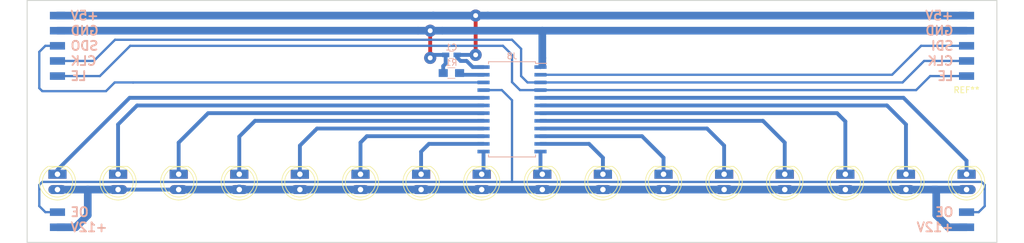
<source format=kicad_pcb>
(kicad_pcb (version 4) (host pcbnew 4.0.7-e2-6376~58~ubuntu17.04.1)

  (general
    (links 53)
    (no_connects 0)
    (area 57.424999 36.431 217.589 77.929)
    (thickness 1.6)
    (drawings 18)
    (tracks 165)
    (zones 0)
    (modules 39)
    (nets 26)
  )

  (page A4)
  (layers
    (0 F.Cu signal)
    (31 B.Cu signal)
    (32 B.Adhes user)
    (33 F.Adhes user)
    (34 B.Paste user)
    (35 F.Paste user)
    (36 B.SilkS user)
    (37 F.SilkS user)
    (38 B.Mask user)
    (39 F.Mask user)
    (40 Dwgs.User user)
    (41 Cmts.User user)
    (42 Eco1.User user)
    (43 Eco2.User user)
    (44 Edge.Cuts user)
    (45 Margin user)
    (46 B.CrtYd user)
    (47 F.CrtYd user)
    (48 B.Fab user)
    (49 F.Fab user)
  )

  (setup
    (last_trace_width 0.635)
    (user_trace_width 0.254)
    (user_trace_width 0.381)
    (user_trace_width 0.635)
    (user_trace_width 1.27)
    (user_trace_width 2.54)
    (trace_clearance 0.254)
    (zone_clearance 0.508)
    (zone_45_only no)
    (trace_min 0.2)
    (segment_width 0.2)
    (edge_width 0.15)
    (via_size 0.6)
    (via_drill 0.4)
    (via_min_size 0.4)
    (via_min_drill 0.3)
    (user_via 1.7 0.7)
    (uvia_size 0.3)
    (uvia_drill 0.1)
    (uvias_allowed no)
    (uvia_min_size 0.2)
    (uvia_min_drill 0.1)
    (pcb_text_width 0.3)
    (pcb_text_size 1.5 1.5)
    (mod_edge_width 0.15)
    (mod_text_size 1 1)
    (mod_text_width 0.15)
    (pad_size 1.99898 1.99898)
    (pad_drill 0.8001)
    (pad_to_mask_clearance 0.2)
    (aux_axis_origin 0 0)
    (visible_elements FFFFFF7F)
    (pcbplotparams
      (layerselection 0x01050_80000000)
      (usegerberextensions true)
      (excludeedgelayer true)
      (linewidth 0.100000)
      (plotframeref false)
      (viasonmask false)
      (mode 1)
      (useauxorigin false)
      (hpglpennumber 1)
      (hpglpenspeed 20)
      (hpglpendiameter 15)
      (hpglpenoverlay 2)
      (psnegative false)
      (psa4output false)
      (plotreference true)
      (plotvalue true)
      (plotinvisibletext false)
      (padsonsilk false)
      (subtractmaskfromsilk false)
      (outputformat 1)
      (mirror false)
      (drillshape 0)
      (scaleselection 1)
      (outputdirectory gerbers))
  )

  (net 0 "")
  (net 1 +5V)
  (net 2 GND)
  (net 3 "Net-(D1-Pad1)")
  (net 4 +12V)
  (net 5 "Net-(D2-Pad1)")
  (net 6 "Net-(D3-Pad1)")
  (net 7 "Net-(D4-Pad1)")
  (net 8 "Net-(D5-Pad1)")
  (net 9 "Net-(D6-Pad1)")
  (net 10 "Net-(D7-Pad1)")
  (net 11 "Net-(D8-Pad1)")
  (net 12 "Net-(D9-Pad1)")
  (net 13 "Net-(D10-Pad1)")
  (net 14 "Net-(D11-Pad1)")
  (net 15 "Net-(D12-Pad1)")
  (net 16 "Net-(D13-Pad1)")
  (net 17 "Net-(D14-Pad1)")
  (net 18 "Net-(D15-Pad1)")
  (net 19 "Net-(D16-Pad1)")
  (net 20 SDO)
  (net 21 SDI)
  (net 22 CLK)
  (net 23 LE)
  (net 24 OE)
  (net 25 "Net-(J8-Pad23)")

  (net_class Default "This is the default net class."
    (clearance 0.254)
    (trace_width 0.25)
    (via_dia 0.6)
    (via_drill 0.4)
    (uvia_dia 0.3)
    (uvia_drill 0.1)
    (add_net +12V)
    (add_net +5V)
    (add_net CLK)
    (add_net GND)
    (add_net LE)
    (add_net "Net-(D1-Pad1)")
    (add_net "Net-(D10-Pad1)")
    (add_net "Net-(D11-Pad1)")
    (add_net "Net-(D12-Pad1)")
    (add_net "Net-(D13-Pad1)")
    (add_net "Net-(D14-Pad1)")
    (add_net "Net-(D15-Pad1)")
    (add_net "Net-(D16-Pad1)")
    (add_net "Net-(D2-Pad1)")
    (add_net "Net-(D3-Pad1)")
    (add_net "Net-(D4-Pad1)")
    (add_net "Net-(D5-Pad1)")
    (add_net "Net-(D6-Pad1)")
    (add_net "Net-(D7-Pad1)")
    (add_net "Net-(D8-Pad1)")
    (add_net "Net-(D9-Pad1)")
    (add_net "Net-(J8-Pad23)")
    (add_net OE)
    (add_net SDI)
    (add_net SDO)
  )

  (module wirepad:Wire_pad_2.5mm_1.25mm (layer B.Cu) (tedit 5A12B25B) (tstamp 5A12AA98)
    (at 212.5 42.5 180)
    (descr "Wire SMD Pad,  2.5mm x 1.25mm,")
    (tags "Wire pad")
    (path /5A12C51D)
    (attr virtual)
    (fp_text reference J15 (at 0 1.8 180) (layer B.SilkS) hide
      (effects (font (size 1 1) (thickness 0.15)) (justify mirror))
    )
    (fp_text value Conn_01x01 (at 0 -1.8 180) (layer B.Fab)
      (effects (font (size 1 1) (thickness 0.15)) (justify mirror))
    )
    (fp_line (start -1.5 0.875) (end 1.5 0.875) (layer B.CrtYd) (width 0.05))
    (fp_line (start 1.5 0.875) (end 1.5 -0.875) (layer B.CrtYd) (width 0.05))
    (fp_line (start -1.5 -0.875) (end 1.5 -0.875) (layer B.CrtYd) (width 0.05))
    (fp_line (start -1.5 -0.875) (end -1.5 0.875) (layer B.CrtYd) (width 0.05))
    (pad 1 smd rect (at 0 0 180) (size 2.5 1.25) (layers B.Cu B.Mask)
      (net 2 GND))
  )

  (module wirepad:Wire_pad_2.5mm_1.25mm (layer B.Cu) (tedit 5A12B262) (tstamp 5A12AA94)
    (at 212.5 72.5 180)
    (descr "Wire SMD Pad,  2.5mm x 1.25mm,")
    (tags "Wire pad")
    (path /5A12C4BC)
    (attr virtual)
    (fp_text reference J14 (at 0 1.8 180) (layer B.SilkS) hide
      (effects (font (size 1 1) (thickness 0.15)) (justify mirror))
    )
    (fp_text value Conn_01x01 (at 0 -1.8 180) (layer B.Fab)
      (effects (font (size 1 1) (thickness 0.15)) (justify mirror))
    )
    (fp_line (start -1.5 0.875) (end 1.5 0.875) (layer B.CrtYd) (width 0.05))
    (fp_line (start 1.5 0.875) (end 1.5 -0.875) (layer B.CrtYd) (width 0.05))
    (fp_line (start -1.5 -0.875) (end 1.5 -0.875) (layer B.CrtYd) (width 0.05))
    (fp_line (start -1.5 -0.875) (end -1.5 0.875) (layer B.CrtYd) (width 0.05))
    (pad 1 smd rect (at 0 0 180) (size 2.5 1.25) (layers B.Cu B.Mask)
      (net 24 OE))
  )

  (module wirepad:Wire_pad_2.5mm_1.25mm (layer B.Cu) (tedit 5A12B259) (tstamp 5A12AA90)
    (at 212.5 50 180)
    (descr "Wire SMD Pad,  2.5mm x 1.25mm,")
    (tags "Wire pad")
    (path /5A12C45E)
    (attr virtual)
    (fp_text reference J13 (at 0 1.8 180) (layer B.SilkS) hide
      (effects (font (size 1 1) (thickness 0.15)) (justify mirror))
    )
    (fp_text value Conn_01x01 (at 0 -1.8 180) (layer B.Fab)
      (effects (font (size 1 1) (thickness 0.15)) (justify mirror))
    )
    (fp_line (start -1.5 0.875) (end 1.5 0.875) (layer B.CrtYd) (width 0.05))
    (fp_line (start 1.5 0.875) (end 1.5 -0.875) (layer B.CrtYd) (width 0.05))
    (fp_line (start -1.5 -0.875) (end 1.5 -0.875) (layer B.CrtYd) (width 0.05))
    (fp_line (start -1.5 -0.875) (end -1.5 0.875) (layer B.CrtYd) (width 0.05))
    (pad 1 smd rect (at 0 0 180) (size 2.5 1.25) (layers B.Cu B.Mask)
      (net 23 LE))
  )

  (module wirepad:Wire_pad_2.5mm_1.25mm (layer B.Cu) (tedit 5A12B255) (tstamp 5A12AA8C)
    (at 212.5 47.5 180)
    (descr "Wire SMD Pad,  2.5mm x 1.25mm,")
    (tags "Wire pad")
    (path /5A12C3FF)
    (attr virtual)
    (fp_text reference J12 (at 0 1.8 180) (layer B.SilkS) hide
      (effects (font (size 1 1) (thickness 0.15)) (justify mirror))
    )
    (fp_text value Conn_01x01 (at 0 -1.8 180) (layer B.Fab)
      (effects (font (size 1 1) (thickness 0.15)) (justify mirror))
    )
    (fp_line (start -1.5 0.875) (end 1.5 0.875) (layer B.CrtYd) (width 0.05))
    (fp_line (start 1.5 0.875) (end 1.5 -0.875) (layer B.CrtYd) (width 0.05))
    (fp_line (start -1.5 -0.875) (end 1.5 -0.875) (layer B.CrtYd) (width 0.05))
    (fp_line (start -1.5 -0.875) (end -1.5 0.875) (layer B.CrtYd) (width 0.05))
    (pad 1 smd rect (at 0 0 180) (size 2.5 1.25) (layers B.Cu B.Mask)
      (net 22 CLK))
  )

  (module wirepad:Wire_pad_2.5mm_1.25mm (layer B.Cu) (tedit 5A12B23D) (tstamp 5A12AA88)
    (at 62.5 45 180)
    (descr "Wire SMD Pad,  2.5mm x 1.25mm,")
    (tags "Wire pad")
    (path /5A12C3A7)
    (attr virtual)
    (fp_text reference J11 (at 0 1.8 180) (layer B.SilkS) hide
      (effects (font (size 1 1) (thickness 0.15)) (justify mirror))
    )
    (fp_text value Conn_01x01 (at 0 -1.8 180) (layer B.Fab)
      (effects (font (size 1 1) (thickness 0.15)) (justify mirror))
    )
    (fp_line (start -1.5 0.875) (end 1.5 0.875) (layer B.CrtYd) (width 0.05))
    (fp_line (start 1.5 0.875) (end 1.5 -0.875) (layer B.CrtYd) (width 0.05))
    (fp_line (start -1.5 -0.875) (end 1.5 -0.875) (layer B.CrtYd) (width 0.05))
    (fp_line (start -1.5 -0.875) (end -1.5 0.875) (layer B.CrtYd) (width 0.05))
    (pad 1 smd rect (at 0 0 180) (size 2.5 1.25) (layers B.Cu B.Mask)
      (net 20 SDO))
  )

  (module wirepad:Wire_pad_2.5mm_1.25mm (layer B.Cu) (tedit 5A12B264) (tstamp 5A12AA84)
    (at 212.5 75 180)
    (descr "Wire SMD Pad,  2.5mm x 1.25mm,")
    (tags "Wire pad")
    (path /5A12C34A)
    (attr virtual)
    (fp_text reference J10 (at 0 1.8 180) (layer B.SilkS) hide
      (effects (font (size 1 1) (thickness 0.15)) (justify mirror))
    )
    (fp_text value Conn_01x01 (at 0 -1.8 180) (layer B.Fab)
      (effects (font (size 1 1) (thickness 0.15)) (justify mirror))
    )
    (fp_line (start -1.5 0.875) (end 1.5 0.875) (layer B.CrtYd) (width 0.05))
    (fp_line (start 1.5 0.875) (end 1.5 -0.875) (layer B.CrtYd) (width 0.05))
    (fp_line (start -1.5 -0.875) (end 1.5 -0.875) (layer B.CrtYd) (width 0.05))
    (fp_line (start -1.5 -0.875) (end -1.5 0.875) (layer B.CrtYd) (width 0.05))
    (pad 1 smd rect (at 0 0 180) (size 2.5 1.25) (layers B.Cu B.Mask)
      (net 4 +12V))
  )

  (module wirepad:Wire_pad_2.5mm_1.25mm (layer B.Cu) (tedit 5A12B239) (tstamp 5A12AA80)
    (at 62.5 40 180)
    (descr "Wire SMD Pad,  2.5mm x 1.25mm,")
    (tags "Wire pad")
    (path /5A12C153)
    (attr virtual)
    (fp_text reference J9 (at 0 1.8 180) (layer B.SilkS) hide
      (effects (font (size 1 1) (thickness 0.15)) (justify mirror))
    )
    (fp_text value Conn_01x01 (at 0 -1.8 180) (layer B.Fab)
      (effects (font (size 1 1) (thickness 0.15)) (justify mirror))
    )
    (fp_line (start -1.5 0.875) (end 1.5 0.875) (layer B.CrtYd) (width 0.05))
    (fp_line (start 1.5 0.875) (end 1.5 -0.875) (layer B.CrtYd) (width 0.05))
    (fp_line (start -1.5 -0.875) (end 1.5 -0.875) (layer B.CrtYd) (width 0.05))
    (fp_line (start -1.5 -0.875) (end -1.5 0.875) (layer B.CrtYd) (width 0.05))
    (pad 1 smd rect (at 0 0 180) (size 2.5 1.25) (layers B.Cu B.Mask)
      (net 1 +5V))
  )

  (module wirepad:Wire_pad_2.5mm_1.25mm (layer B.Cu) (tedit 5A12B23B) (tstamp 5A12AA7C)
    (at 62.5 42.5 180)
    (descr "Wire SMD Pad,  2.5mm x 1.25mm,")
    (tags "Wire pad")
    (path /5A12D5C3)
    (attr virtual)
    (fp_text reference J7 (at 0 1.8 180) (layer B.SilkS) hide
      (effects (font (size 1 1) (thickness 0.15)) (justify mirror))
    )
    (fp_text value Conn_01x01 (at 0 -1.8 180) (layer B.Fab)
      (effects (font (size 1 1) (thickness 0.15)) (justify mirror))
    )
    (fp_line (start -1.5 0.875) (end 1.5 0.875) (layer B.CrtYd) (width 0.05))
    (fp_line (start 1.5 0.875) (end 1.5 -0.875) (layer B.CrtYd) (width 0.05))
    (fp_line (start -1.5 -0.875) (end 1.5 -0.875) (layer B.CrtYd) (width 0.05))
    (fp_line (start -1.5 -0.875) (end -1.5 0.875) (layer B.CrtYd) (width 0.05))
    (pad 1 smd rect (at 0 0 180) (size 2.5 1.25) (layers B.Cu B.Mask)
      (net 2 GND))
  )

  (module wirepad:Wire_pad_2.5mm_1.25mm (layer B.Cu) (tedit 5A12B246) (tstamp 5A12AA78)
    (at 62.5 72.5 180)
    (descr "Wire SMD Pad,  2.5mm x 1.25mm,")
    (tags "Wire pad")
    (path /5A12D5BD)
    (attr virtual)
    (fp_text reference J6 (at 0 1.8 180) (layer B.SilkS) hide
      (effects (font (size 1 1) (thickness 0.15)) (justify mirror))
    )
    (fp_text value Conn_01x01 (at 0 -1.8 180) (layer B.Fab)
      (effects (font (size 1 1) (thickness 0.15)) (justify mirror))
    )
    (fp_line (start -1.5 0.875) (end 1.5 0.875) (layer B.CrtYd) (width 0.05))
    (fp_line (start 1.5 0.875) (end 1.5 -0.875) (layer B.CrtYd) (width 0.05))
    (fp_line (start -1.5 -0.875) (end 1.5 -0.875) (layer B.CrtYd) (width 0.05))
    (fp_line (start -1.5 -0.875) (end -1.5 0.875) (layer B.CrtYd) (width 0.05))
    (pad 1 smd rect (at 0 0 180) (size 2.5 1.25) (layers B.Cu B.Mask)
      (net 24 OE))
  )

  (module wirepad:Wire_pad_2.5mm_1.25mm (layer B.Cu) (tedit 5A12B242) (tstamp 5A12AA74)
    (at 62.5 50 180)
    (descr "Wire SMD Pad,  2.5mm x 1.25mm,")
    (tags "Wire pad")
    (path /5A12D5B7)
    (attr virtual)
    (fp_text reference J5 (at 0 1.8 180) (layer B.SilkS) hide
      (effects (font (size 1 1) (thickness 0.15)) (justify mirror))
    )
    (fp_text value Conn_01x01 (at 0 -1.8 180) (layer B.Fab)
      (effects (font (size 1 1) (thickness 0.15)) (justify mirror))
    )
    (fp_line (start -1.5 0.875) (end 1.5 0.875) (layer B.CrtYd) (width 0.05))
    (fp_line (start 1.5 0.875) (end 1.5 -0.875) (layer B.CrtYd) (width 0.05))
    (fp_line (start -1.5 -0.875) (end 1.5 -0.875) (layer B.CrtYd) (width 0.05))
    (fp_line (start -1.5 -0.875) (end -1.5 0.875) (layer B.CrtYd) (width 0.05))
    (pad 1 smd rect (at 0 0 180) (size 2.5 1.25) (layers B.Cu B.Mask)
      (net 23 LE))
  )

  (module wirepad:Wire_pad_2.5mm_1.25mm (layer B.Cu) (tedit 5A12B240) (tstamp 5A12AA70)
    (at 62.5 47.5 180)
    (descr "Wire SMD Pad,  2.5mm x 1.25mm,")
    (tags "Wire pad")
    (path /5A12D5B1)
    (attr virtual)
    (fp_text reference J4 (at 0 1.8 180) (layer B.SilkS) hide
      (effects (font (size 1 1) (thickness 0.15)) (justify mirror))
    )
    (fp_text value Conn_01x01 (at 0 -1.8 180) (layer B.Fab)
      (effects (font (size 1 1) (thickness 0.15)) (justify mirror))
    )
    (fp_line (start -1.5 0.875) (end 1.5 0.875) (layer B.CrtYd) (width 0.05))
    (fp_line (start 1.5 0.875) (end 1.5 -0.875) (layer B.CrtYd) (width 0.05))
    (fp_line (start -1.5 -0.875) (end 1.5 -0.875) (layer B.CrtYd) (width 0.05))
    (fp_line (start -1.5 -0.875) (end -1.5 0.875) (layer B.CrtYd) (width 0.05))
    (pad 1 smd rect (at 0 0 180) (size 2.5 1.25) (layers B.Cu B.Mask)
      (net 22 CLK))
  )

  (module wirepad:Wire_pad_2.5mm_1.25mm (layer B.Cu) (tedit 5A12B252) (tstamp 5A12AA6C)
    (at 212.5 45 180)
    (descr "Wire SMD Pad,  2.5mm x 1.25mm,")
    (tags "Wire pad")
    (path /5A12D5AB)
    (attr virtual)
    (fp_text reference J3 (at 0 1.8 180) (layer B.SilkS) hide
      (effects (font (size 1 1) (thickness 0.15)) (justify mirror))
    )
    (fp_text value Conn_01x01 (at 0 -1.8 180) (layer B.Fab)
      (effects (font (size 1 1) (thickness 0.15)) (justify mirror))
    )
    (fp_line (start -1.5 0.875) (end 1.5 0.875) (layer B.CrtYd) (width 0.05))
    (fp_line (start 1.5 0.875) (end 1.5 -0.875) (layer B.CrtYd) (width 0.05))
    (fp_line (start -1.5 -0.875) (end 1.5 -0.875) (layer B.CrtYd) (width 0.05))
    (fp_line (start -1.5 -0.875) (end -1.5 0.875) (layer B.CrtYd) (width 0.05))
    (pad 1 smd rect (at 0 0 180) (size 2.5 1.25) (layers B.Cu B.Mask)
      (net 21 SDI))
  )

  (module wirepad:Wire_pad_2.5mm_1.25mm (layer B.Cu) (tedit 5A12B249) (tstamp 5A12AA68)
    (at 62.5 75 180)
    (descr "Wire SMD Pad,  2.5mm x 1.25mm,")
    (tags "Wire pad")
    (path /5A12D5A5)
    (attr virtual)
    (fp_text reference J2 (at 0 1.8 180) (layer B.SilkS) hide
      (effects (font (size 1 1) (thickness 0.15)) (justify mirror))
    )
    (fp_text value Conn_01x01 (at 0 -1.8 180) (layer B.Fab)
      (effects (font (size 1 1) (thickness 0.15)) (justify mirror))
    )
    (fp_line (start -1.5 0.875) (end 1.5 0.875) (layer B.CrtYd) (width 0.05))
    (fp_line (start 1.5 0.875) (end 1.5 -0.875) (layer B.CrtYd) (width 0.05))
    (fp_line (start -1.5 -0.875) (end 1.5 -0.875) (layer B.CrtYd) (width 0.05))
    (fp_line (start -1.5 -0.875) (end -1.5 0.875) (layer B.CrtYd) (width 0.05))
    (pad 1 smd rect (at 0 0 180) (size 2.5 1.25) (layers B.Cu B.Mask)
      (net 4 +12V))
  )

  (module wirepad:Wire_pad_2.5mm_1.25mm (layer B.Cu) (tedit 5A12B24F) (tstamp 5A12AA64)
    (at 212.5 40 180)
    (descr "Wire SMD Pad,  2.5mm x 1.25mm,")
    (tags "Wire pad")
    (path /5A12D59F)
    (attr virtual)
    (fp_text reference J1 (at 0 1.8 180) (layer B.SilkS) hide
      (effects (font (size 1 1) (thickness 0.15)) (justify mirror))
    )
    (fp_text value Conn_01x01 (at 0 -1.8 180) (layer B.Fab)
      (effects (font (size 1 1) (thickness 0.15)) (justify mirror))
    )
    (fp_line (start -1.5 0.875) (end 1.5 0.875) (layer B.CrtYd) (width 0.05))
    (fp_line (start 1.5 0.875) (end 1.5 -0.875) (layer B.CrtYd) (width 0.05))
    (fp_line (start -1.5 -0.875) (end 1.5 -0.875) (layer B.CrtYd) (width 0.05))
    (fp_line (start -1.5 -0.875) (end -1.5 0.875) (layer B.CrtYd) (width 0.05))
    (pad 1 smd rect (at 0 0 180) (size 2.5 1.25) (layers B.Cu B.Mask)
      (net 1 +5V))
  )

  (module Housings_SOIC:SOIC-24W_7.5x15.4mm_Pitch1.27mm (layer B.Cu) (tedit 58CC8F64) (tstamp 5A12A5B9)
    (at 137.5 55.5 180)
    (descr "24-Lead Plastic Small Outline (SO) - Wide, 7.50 mm Body [SOIC] (see Microchip Packaging Specification 00000049BS.pdf)")
    (tags "SOIC 1.27")
    (path /5A129FF3)
    (attr smd)
    (fp_text reference J8 (at 0 8.8 180) (layer B.SilkS)
      (effects (font (size 1 1) (thickness 0.15)) (justify mirror))
    )
    (fp_text value TLC5925 (at 0 -8.8 180) (layer B.Fab)
      (effects (font (size 1 1) (thickness 0.15)) (justify mirror))
    )
    (fp_text user %R (at 0 0 180) (layer B.Fab)
      (effects (font (size 1 1) (thickness 0.15)) (justify mirror))
    )
    (fp_line (start -2.75 7.7) (end 3.75 7.7) (layer B.Fab) (width 0.15))
    (fp_line (start 3.75 7.7) (end 3.75 -7.7) (layer B.Fab) (width 0.15))
    (fp_line (start 3.75 -7.7) (end -3.75 -7.7) (layer B.Fab) (width 0.15))
    (fp_line (start -3.75 -7.7) (end -3.75 6.7) (layer B.Fab) (width 0.15))
    (fp_line (start -3.75 6.7) (end -2.75 7.7) (layer B.Fab) (width 0.15))
    (fp_line (start -5.95 8.05) (end -5.95 -8.05) (layer B.CrtYd) (width 0.05))
    (fp_line (start 5.95 8.05) (end 5.95 -8.05) (layer B.CrtYd) (width 0.05))
    (fp_line (start -5.95 8.05) (end 5.95 8.05) (layer B.CrtYd) (width 0.05))
    (fp_line (start -5.95 -8.05) (end 5.95 -8.05) (layer B.CrtYd) (width 0.05))
    (fp_line (start -3.875 7.875) (end -3.875 7.6) (layer B.SilkS) (width 0.15))
    (fp_line (start 3.875 7.875) (end 3.875 7.51) (layer B.SilkS) (width 0.15))
    (fp_line (start 3.875 -7.875) (end 3.875 -7.51) (layer B.SilkS) (width 0.15))
    (fp_line (start -3.875 -7.875) (end -3.875 -7.51) (layer B.SilkS) (width 0.15))
    (fp_line (start -3.875 7.875) (end 3.875 7.875) (layer B.SilkS) (width 0.15))
    (fp_line (start -3.875 -7.875) (end 3.875 -7.875) (layer B.SilkS) (width 0.15))
    (fp_line (start -3.875 7.6) (end -5.7 7.6) (layer B.SilkS) (width 0.15))
    (pad 1 smd rect (at -4.7 6.985 180) (size 2 0.6) (layers B.Cu B.Paste B.Mask)
      (net 2 GND))
    (pad 2 smd rect (at -4.7 5.715 180) (size 2 0.6) (layers B.Cu B.Paste B.Mask)
      (net 21 SDI))
    (pad 3 smd rect (at -4.7 4.445 180) (size 2 0.6) (layers B.Cu B.Paste B.Mask)
      (net 22 CLK))
    (pad 4 smd rect (at -4.7 3.175 180) (size 2 0.6) (layers B.Cu B.Paste B.Mask)
      (net 23 LE))
    (pad 5 smd rect (at -4.7 1.905 180) (size 2 0.6) (layers B.Cu B.Paste B.Mask)
      (net 3 "Net-(D1-Pad1)"))
    (pad 6 smd rect (at -4.7 0.635 180) (size 2 0.6) (layers B.Cu B.Paste B.Mask)
      (net 5 "Net-(D2-Pad1)"))
    (pad 7 smd rect (at -4.7 -0.635 180) (size 2 0.6) (layers B.Cu B.Paste B.Mask)
      (net 6 "Net-(D3-Pad1)"))
    (pad 8 smd rect (at -4.7 -1.905 180) (size 2 0.6) (layers B.Cu B.Paste B.Mask)
      (net 7 "Net-(D4-Pad1)"))
    (pad 9 smd rect (at -4.7 -3.175 180) (size 2 0.6) (layers B.Cu B.Paste B.Mask)
      (net 8 "Net-(D5-Pad1)"))
    (pad 10 smd rect (at -4.7 -4.445 180) (size 2 0.6) (layers B.Cu B.Paste B.Mask)
      (net 9 "Net-(D6-Pad1)"))
    (pad 11 smd rect (at -4.7 -5.715 180) (size 2 0.6) (layers B.Cu B.Paste B.Mask)
      (net 10 "Net-(D7-Pad1)"))
    (pad 12 smd rect (at -4.7 -6.985 180) (size 2 0.6) (layers B.Cu B.Paste B.Mask)
      (net 11 "Net-(D8-Pad1)"))
    (pad 13 smd rect (at 4.7 -6.985 180) (size 2 0.6) (layers B.Cu B.Paste B.Mask)
      (net 12 "Net-(D9-Pad1)"))
    (pad 14 smd rect (at 4.7 -5.715 180) (size 2 0.6) (layers B.Cu B.Paste B.Mask)
      (net 13 "Net-(D10-Pad1)"))
    (pad 15 smd rect (at 4.7 -4.445 180) (size 2 0.6) (layers B.Cu B.Paste B.Mask)
      (net 14 "Net-(D11-Pad1)"))
    (pad 16 smd rect (at 4.7 -3.175 180) (size 2 0.6) (layers B.Cu B.Paste B.Mask)
      (net 15 "Net-(D12-Pad1)"))
    (pad 17 smd rect (at 4.7 -1.905 180) (size 2 0.6) (layers B.Cu B.Paste B.Mask)
      (net 16 "Net-(D13-Pad1)"))
    (pad 18 smd rect (at 4.7 -0.635 180) (size 2 0.6) (layers B.Cu B.Paste B.Mask)
      (net 17 "Net-(D14-Pad1)"))
    (pad 19 smd rect (at 4.7 0.635 180) (size 2 0.6) (layers B.Cu B.Paste B.Mask)
      (net 18 "Net-(D15-Pad1)"))
    (pad 20 smd rect (at 4.7 1.905 180) (size 2 0.6) (layers B.Cu B.Paste B.Mask)
      (net 19 "Net-(D16-Pad1)"))
    (pad 21 smd rect (at 4.7 3.175 180) (size 2 0.6) (layers B.Cu B.Paste B.Mask)
      (net 24 OE))
    (pad 22 smd rect (at 4.7 4.445 180) (size 2 0.6) (layers B.Cu B.Paste B.Mask)
      (net 20 SDO))
    (pad 23 smd rect (at 4.7 5.715 180) (size 2 0.6) (layers B.Cu B.Paste B.Mask)
      (net 25 "Net-(J8-Pad23)"))
    (pad 24 smd rect (at 4.7 6.985 180) (size 2 0.6) (layers B.Cu B.Paste B.Mask)
      (net 1 +5V))
    (model ${KISYS3DMOD}/Housings_SOIC.3dshapes/SOIC-24W_7.5x15.4mm_Pitch1.27mm.wrl
      (at (xyz 0 0 0))
      (scale (xyz 1 1 1))
      (rotate (xyz 0 0 0))
    )
  )

  (module Resistors_SMD:R_0805_HandSoldering (layer B.Cu) (tedit 58E0A804) (tstamp 5A12A4CD)
    (at 127.5 49.5 180)
    (descr "Resistor SMD 0805, hand soldering")
    (tags "resistor 0805")
    (path /5A12AD96)
    (attr smd)
    (fp_text reference R1 (at 0 1.7 180) (layer B.SilkS)
      (effects (font (size 1 1) (thickness 0.15)) (justify mirror))
    )
    (fp_text value 1k2 (at 0 -1.75 180) (layer B.Fab)
      (effects (font (size 1 1) (thickness 0.15)) (justify mirror))
    )
    (fp_text user %R (at 0 0 180) (layer B.Fab)
      (effects (font (size 0.5 0.5) (thickness 0.075)) (justify mirror))
    )
    (fp_line (start -1 -0.62) (end -1 0.62) (layer B.Fab) (width 0.1))
    (fp_line (start 1 -0.62) (end -1 -0.62) (layer B.Fab) (width 0.1))
    (fp_line (start 1 0.62) (end 1 -0.62) (layer B.Fab) (width 0.1))
    (fp_line (start -1 0.62) (end 1 0.62) (layer B.Fab) (width 0.1))
    (fp_line (start 0.6 -0.88) (end -0.6 -0.88) (layer B.SilkS) (width 0.12))
    (fp_line (start -0.6 0.88) (end 0.6 0.88) (layer B.SilkS) (width 0.12))
    (fp_line (start -2.35 0.9) (end 2.35 0.9) (layer B.CrtYd) (width 0.05))
    (fp_line (start -2.35 0.9) (end -2.35 -0.9) (layer B.CrtYd) (width 0.05))
    (fp_line (start 2.35 -0.9) (end 2.35 0.9) (layer B.CrtYd) (width 0.05))
    (fp_line (start 2.35 -0.9) (end -2.35 -0.9) (layer B.CrtYd) (width 0.05))
    (pad 1 smd rect (at -1.35 0 180) (size 1.5 1.3) (layers B.Cu B.Paste B.Mask)
      (net 25 "Net-(J8-Pad23)"))
    (pad 2 smd rect (at 1.35 0 180) (size 1.5 1.3) (layers B.Cu B.Paste B.Mask)
      (net 2 GND))
    (model ${KISYS3DMOD}/Resistors_SMD.3dshapes/R_0805.wrl
      (at (xyz 0 0 0))
      (scale (xyz 1 1 1))
      (rotate (xyz 0 0 0))
    )
  )

  (module led5mm:LED_D5.0mm (layer F.Cu) (tedit 5A12B20D) (tstamp 5A12A465)
    (at 62.5 67.5 270)
    (descr "LED, diameter 5.0mm, 2 pins, http://cdn-reichelt.de/documents/datenblatt/A500/LL-504BC2E-009.pdf")
    (tags "LED diameter 5.0mm 2 pins")
    (path /5A12A27D)
    (fp_text reference D16 (at 0 -3.96 270) (layer F.SilkS) hide
      (effects (font (size 1 1) (thickness 0.15)))
    )
    (fp_text value LED (at 0 3.96 270) (layer F.Fab)
      (effects (font (size 1 1) (thickness 0.15)))
    )
    (fp_arc (start 0 0) (end -2.5 -1.469694) (angle 299.1) (layer F.Fab) (width 0.1))
    (fp_arc (start 0 0) (end -2.56 -1.54483) (angle 148.9) (layer F.SilkS) (width 0.12))
    (fp_arc (start 0 0) (end -2.56 1.54483) (angle -148.9) (layer F.SilkS) (width 0.12))
    (fp_circle (center 0 0) (end 2.5 0) (layer F.Fab) (width 0.1))
    (fp_circle (center 0 0) (end 2.5 0) (layer F.SilkS) (width 0.12))
    (fp_line (start -2.5 -1.469694) (end -2.5 1.469694) (layer F.Fab) (width 0.1))
    (fp_line (start -2.56 -1.545) (end -2.56 1.545) (layer F.SilkS) (width 0.12))
    (fp_line (start -3.22 -3.25) (end -3.22 3.25) (layer F.CrtYd) (width 0.05))
    (fp_line (start -3.22 3.25) (end 3.23 3.25) (layer F.CrtYd) (width 0.05))
    (fp_line (start 3.23 3.25) (end 3.23 -3.25) (layer F.CrtYd) (width 0.05))
    (fp_line (start 3.23 -3.25) (end -3.22 -3.25) (layer F.CrtYd) (width 0.05))
    (fp_text user %R (at -0.02 0 270) (layer F.Fab)
      (effects (font (size 0.8 0.8) (thickness 0.2)))
    )
    (pad 1 thru_hole rect (at -1.27 0 270) (size 1.5 3) (drill 0.9) (layers *.Cu *.Mask)
      (net 19 "Net-(D16-Pad1)"))
    (pad 2 thru_hole oval (at 1.27 0 270) (size 1.5 3) (drill 0.9) (layers *.Cu *.Mask)
      (net 4 +12V))
    (model ${KISYS3DMOD}/LEDs.3dshapes/LED_D5.0mm.wrl
      (at (xyz 0 0 0))
      (scale (xyz 0.393701 0.393701 0.393701))
      (rotate (xyz 0 0 0))
    )
  )

  (module led5mm:LED_D5.0mm (layer F.Cu) (tedit 5A12B205) (tstamp 5A12A45F)
    (at 72.5 67.5 270)
    (descr "LED, diameter 5.0mm, 2 pins, http://cdn-reichelt.de/documents/datenblatt/A500/LL-504BC2E-009.pdf")
    (tags "LED diameter 5.0mm 2 pins")
    (path /5A12A251)
    (fp_text reference D15 (at 0 -3.96 270) (layer F.SilkS) hide
      (effects (font (size 1 1) (thickness 0.15)))
    )
    (fp_text value LED (at 0 3.96 270) (layer F.Fab)
      (effects (font (size 1 1) (thickness 0.15)))
    )
    (fp_arc (start 0 0) (end -2.5 -1.469694) (angle 299.1) (layer F.Fab) (width 0.1))
    (fp_arc (start 0 0) (end -2.56 -1.54483) (angle 148.9) (layer F.SilkS) (width 0.12))
    (fp_arc (start 0 0) (end -2.56 1.54483) (angle -148.9) (layer F.SilkS) (width 0.12))
    (fp_circle (center 0 0) (end 2.5 0) (layer F.Fab) (width 0.1))
    (fp_circle (center 0 0) (end 2.5 0) (layer F.SilkS) (width 0.12))
    (fp_line (start -2.5 -1.469694) (end -2.5 1.469694) (layer F.Fab) (width 0.1))
    (fp_line (start -2.56 -1.545) (end -2.56 1.545) (layer F.SilkS) (width 0.12))
    (fp_line (start -3.22 -3.25) (end -3.22 3.25) (layer F.CrtYd) (width 0.05))
    (fp_line (start -3.22 3.25) (end 3.23 3.25) (layer F.CrtYd) (width 0.05))
    (fp_line (start 3.23 3.25) (end 3.23 -3.25) (layer F.CrtYd) (width 0.05))
    (fp_line (start 3.23 -3.25) (end -3.22 -3.25) (layer F.CrtYd) (width 0.05))
    (fp_text user %R (at -0.02 0 270) (layer F.Fab)
      (effects (font (size 0.8 0.8) (thickness 0.2)))
    )
    (pad 1 thru_hole rect (at -1.27 0 270) (size 1.5 3) (drill 0.9) (layers *.Cu *.Mask)
      (net 18 "Net-(D15-Pad1)"))
    (pad 2 thru_hole oval (at 1.27 0 270) (size 1.5 3) (drill 0.9) (layers *.Cu *.Mask)
      (net 4 +12V))
    (model ${KISYS3DMOD}/LEDs.3dshapes/LED_D5.0mm.wrl
      (at (xyz 0 0 0))
      (scale (xyz 0.393701 0.393701 0.393701))
      (rotate (xyz 0 0 0))
    )
  )

  (module led5mm:LED_D5.0mm (layer F.Cu) (tedit 5A12B202) (tstamp 5A12A459)
    (at 82.5 67.5 270)
    (descr "LED, diameter 5.0mm, 2 pins, http://cdn-reichelt.de/documents/datenblatt/A500/LL-504BC2E-009.pdf")
    (tags "LED diameter 5.0mm 2 pins")
    (path /5A12A228)
    (fp_text reference D14 (at 0 -3.96 270) (layer F.SilkS) hide
      (effects (font (size 1 1) (thickness 0.15)))
    )
    (fp_text value LED (at 0 3.96 270) (layer F.Fab)
      (effects (font (size 1 1) (thickness 0.15)))
    )
    (fp_arc (start 0 0) (end -2.5 -1.469694) (angle 299.1) (layer F.Fab) (width 0.1))
    (fp_arc (start 0 0) (end -2.56 -1.54483) (angle 148.9) (layer F.SilkS) (width 0.12))
    (fp_arc (start 0 0) (end -2.56 1.54483) (angle -148.9) (layer F.SilkS) (width 0.12))
    (fp_circle (center 0 0) (end 2.5 0) (layer F.Fab) (width 0.1))
    (fp_circle (center 0 0) (end 2.5 0) (layer F.SilkS) (width 0.12))
    (fp_line (start -2.5 -1.469694) (end -2.5 1.469694) (layer F.Fab) (width 0.1))
    (fp_line (start -2.56 -1.545) (end -2.56 1.545) (layer F.SilkS) (width 0.12))
    (fp_line (start -3.22 -3.25) (end -3.22 3.25) (layer F.CrtYd) (width 0.05))
    (fp_line (start -3.22 3.25) (end 3.23 3.25) (layer F.CrtYd) (width 0.05))
    (fp_line (start 3.23 3.25) (end 3.23 -3.25) (layer F.CrtYd) (width 0.05))
    (fp_line (start 3.23 -3.25) (end -3.22 -3.25) (layer F.CrtYd) (width 0.05))
    (fp_text user %R (at -0.02 0 270) (layer F.Fab)
      (effects (font (size 0.8 0.8) (thickness 0.2)))
    )
    (pad 1 thru_hole rect (at -1.27 0 270) (size 1.5 3) (drill 0.9) (layers *.Cu *.Mask)
      (net 17 "Net-(D14-Pad1)"))
    (pad 2 thru_hole oval (at 1.27 0 270) (size 1.5 3) (drill 0.9) (layers *.Cu *.Mask)
      (net 4 +12V))
    (model ${KISYS3DMOD}/LEDs.3dshapes/LED_D5.0mm.wrl
      (at (xyz 0 0 0))
      (scale (xyz 0.393701 0.393701 0.393701))
      (rotate (xyz 0 0 0))
    )
  )

  (module led5mm:LED_D5.0mm (layer F.Cu) (tedit 5A12B1FE) (tstamp 5A12A453)
    (at 92.5 67.5 270)
    (descr "LED, diameter 5.0mm, 2 pins, http://cdn-reichelt.de/documents/datenblatt/A500/LL-504BC2E-009.pdf")
    (tags "LED diameter 5.0mm 2 pins")
    (path /5A12A202)
    (fp_text reference D13 (at 0 -3.96 270) (layer F.SilkS) hide
      (effects (font (size 1 1) (thickness 0.15)))
    )
    (fp_text value LED (at 0 3.96 270) (layer F.Fab)
      (effects (font (size 1 1) (thickness 0.15)))
    )
    (fp_arc (start 0 0) (end -2.5 -1.469694) (angle 299.1) (layer F.Fab) (width 0.1))
    (fp_arc (start 0 0) (end -2.56 -1.54483) (angle 148.9) (layer F.SilkS) (width 0.12))
    (fp_arc (start 0 0) (end -2.56 1.54483) (angle -148.9) (layer F.SilkS) (width 0.12))
    (fp_circle (center 0 0) (end 2.5 0) (layer F.Fab) (width 0.1))
    (fp_circle (center 0 0) (end 2.5 0) (layer F.SilkS) (width 0.12))
    (fp_line (start -2.5 -1.469694) (end -2.5 1.469694) (layer F.Fab) (width 0.1))
    (fp_line (start -2.56 -1.545) (end -2.56 1.545) (layer F.SilkS) (width 0.12))
    (fp_line (start -3.22 -3.25) (end -3.22 3.25) (layer F.CrtYd) (width 0.05))
    (fp_line (start -3.22 3.25) (end 3.23 3.25) (layer F.CrtYd) (width 0.05))
    (fp_line (start 3.23 3.25) (end 3.23 -3.25) (layer F.CrtYd) (width 0.05))
    (fp_line (start 3.23 -3.25) (end -3.22 -3.25) (layer F.CrtYd) (width 0.05))
    (fp_text user %R (at -0.02 0 270) (layer F.Fab)
      (effects (font (size 0.8 0.8) (thickness 0.2)))
    )
    (pad 1 thru_hole rect (at -1.27 0 270) (size 1.5 3) (drill 0.9) (layers *.Cu *.Mask)
      (net 16 "Net-(D13-Pad1)"))
    (pad 2 thru_hole oval (at 1.27 0 270) (size 1.5 3) (drill 0.9) (layers *.Cu *.Mask)
      (net 4 +12V))
    (model ${KISYS3DMOD}/LEDs.3dshapes/LED_D5.0mm.wrl
      (at (xyz 0 0 0))
      (scale (xyz 0.393701 0.393701 0.393701))
      (rotate (xyz 0 0 0))
    )
  )

  (module led5mm:LED_D5.0mm (layer F.Cu) (tedit 5A12B1FA) (tstamp 5A12A44D)
    (at 102.5 67.5 270)
    (descr "LED, diameter 5.0mm, 2 pins, http://cdn-reichelt.de/documents/datenblatt/A500/LL-504BC2E-009.pdf")
    (tags "LED diameter 5.0mm 2 pins")
    (path /5A12A1E3)
    (fp_text reference D12 (at 0 -3.96 270) (layer F.SilkS) hide
      (effects (font (size 1 1) (thickness 0.15)))
    )
    (fp_text value LED (at 0 3.96 270) (layer F.Fab)
      (effects (font (size 1 1) (thickness 0.15)))
    )
    (fp_arc (start 0 0) (end -2.5 -1.469694) (angle 299.1) (layer F.Fab) (width 0.1))
    (fp_arc (start 0 0) (end -2.56 -1.54483) (angle 148.9) (layer F.SilkS) (width 0.12))
    (fp_arc (start 0 0) (end -2.56 1.54483) (angle -148.9) (layer F.SilkS) (width 0.12))
    (fp_circle (center 0 0) (end 2.5 0) (layer F.Fab) (width 0.1))
    (fp_circle (center 0 0) (end 2.5 0) (layer F.SilkS) (width 0.12))
    (fp_line (start -2.5 -1.469694) (end -2.5 1.469694) (layer F.Fab) (width 0.1))
    (fp_line (start -2.56 -1.545) (end -2.56 1.545) (layer F.SilkS) (width 0.12))
    (fp_line (start -3.22 -3.25) (end -3.22 3.25) (layer F.CrtYd) (width 0.05))
    (fp_line (start -3.22 3.25) (end 3.23 3.25) (layer F.CrtYd) (width 0.05))
    (fp_line (start 3.23 3.25) (end 3.23 -3.25) (layer F.CrtYd) (width 0.05))
    (fp_line (start 3.23 -3.25) (end -3.22 -3.25) (layer F.CrtYd) (width 0.05))
    (fp_text user %R (at -0.02 0 270) (layer F.Fab)
      (effects (font (size 0.8 0.8) (thickness 0.2)))
    )
    (pad 1 thru_hole rect (at -1.27 0 270) (size 1.5 3) (drill 0.9) (layers *.Cu *.Mask)
      (net 15 "Net-(D12-Pad1)"))
    (pad 2 thru_hole oval (at 1.27 0 270) (size 1.5 3) (drill 0.9) (layers *.Cu *.Mask)
      (net 4 +12V))
    (model ${KISYS3DMOD}/LEDs.3dshapes/LED_D5.0mm.wrl
      (at (xyz 0 0 0))
      (scale (xyz 0.393701 0.393701 0.393701))
      (rotate (xyz 0 0 0))
    )
  )

  (module led5mm:LED_D5.0mm (layer F.Cu) (tedit 5A12B1F7) (tstamp 5A12A447)
    (at 112.5 67.5 270)
    (descr "LED, diameter 5.0mm, 2 pins, http://cdn-reichelt.de/documents/datenblatt/A500/LL-504BC2E-009.pdf")
    (tags "LED diameter 5.0mm 2 pins")
    (path /5A12A1C3)
    (fp_text reference D11 (at 0 -3.96 270) (layer F.SilkS) hide
      (effects (font (size 1 1) (thickness 0.15)))
    )
    (fp_text value LED (at 0 3.96 270) (layer F.Fab)
      (effects (font (size 1 1) (thickness 0.15)))
    )
    (fp_arc (start 0 0) (end -2.5 -1.469694) (angle 299.1) (layer F.Fab) (width 0.1))
    (fp_arc (start 0 0) (end -2.56 -1.54483) (angle 148.9) (layer F.SilkS) (width 0.12))
    (fp_arc (start 0 0) (end -2.56 1.54483) (angle -148.9) (layer F.SilkS) (width 0.12))
    (fp_circle (center 0 0) (end 2.5 0) (layer F.Fab) (width 0.1))
    (fp_circle (center 0 0) (end 2.5 0) (layer F.SilkS) (width 0.12))
    (fp_line (start -2.5 -1.469694) (end -2.5 1.469694) (layer F.Fab) (width 0.1))
    (fp_line (start -2.56 -1.545) (end -2.56 1.545) (layer F.SilkS) (width 0.12))
    (fp_line (start -3.22 -3.25) (end -3.22 3.25) (layer F.CrtYd) (width 0.05))
    (fp_line (start -3.22 3.25) (end 3.23 3.25) (layer F.CrtYd) (width 0.05))
    (fp_line (start 3.23 3.25) (end 3.23 -3.25) (layer F.CrtYd) (width 0.05))
    (fp_line (start 3.23 -3.25) (end -3.22 -3.25) (layer F.CrtYd) (width 0.05))
    (fp_text user %R (at -0.02 0 270) (layer F.Fab)
      (effects (font (size 0.8 0.8) (thickness 0.2)))
    )
    (pad 1 thru_hole rect (at -1.27 0 270) (size 1.5 3) (drill 0.9) (layers *.Cu *.Mask)
      (net 14 "Net-(D11-Pad1)"))
    (pad 2 thru_hole oval (at 1.27 0 270) (size 1.5 3) (drill 0.9) (layers *.Cu *.Mask)
      (net 4 +12V))
    (model ${KISYS3DMOD}/LEDs.3dshapes/LED_D5.0mm.wrl
      (at (xyz 0 0 0))
      (scale (xyz 0.393701 0.393701 0.393701))
      (rotate (xyz 0 0 0))
    )
  )

  (module led5mm:LED_D5.0mm (layer F.Cu) (tedit 5A12B1F3) (tstamp 5A12A441)
    (at 122.5 67.5 270)
    (descr "LED, diameter 5.0mm, 2 pins, http://cdn-reichelt.de/documents/datenblatt/A500/LL-504BC2E-009.pdf")
    (tags "LED diameter 5.0mm 2 pins")
    (path /5A12A1A3)
    (fp_text reference D10 (at 0 -3.96 270) (layer F.SilkS) hide
      (effects (font (size 1 1) (thickness 0.15)))
    )
    (fp_text value LED (at 0 3.96 270) (layer F.Fab)
      (effects (font (size 1 1) (thickness 0.15)))
    )
    (fp_arc (start 0 0) (end -2.5 -1.469694) (angle 299.1) (layer F.Fab) (width 0.1))
    (fp_arc (start 0 0) (end -2.56 -1.54483) (angle 148.9) (layer F.SilkS) (width 0.12))
    (fp_arc (start 0 0) (end -2.56 1.54483) (angle -148.9) (layer F.SilkS) (width 0.12))
    (fp_circle (center 0 0) (end 2.5 0) (layer F.Fab) (width 0.1))
    (fp_circle (center 0 0) (end 2.5 0) (layer F.SilkS) (width 0.12))
    (fp_line (start -2.5 -1.469694) (end -2.5 1.469694) (layer F.Fab) (width 0.1))
    (fp_line (start -2.56 -1.545) (end -2.56 1.545) (layer F.SilkS) (width 0.12))
    (fp_line (start -3.22 -3.25) (end -3.22 3.25) (layer F.CrtYd) (width 0.05))
    (fp_line (start -3.22 3.25) (end 3.23 3.25) (layer F.CrtYd) (width 0.05))
    (fp_line (start 3.23 3.25) (end 3.23 -3.25) (layer F.CrtYd) (width 0.05))
    (fp_line (start 3.23 -3.25) (end -3.22 -3.25) (layer F.CrtYd) (width 0.05))
    (fp_text user %R (at -0.02 0 270) (layer F.Fab)
      (effects (font (size 0.8 0.8) (thickness 0.2)))
    )
    (pad 1 thru_hole rect (at -1.27 0 270) (size 1.5 3) (drill 0.9) (layers *.Cu *.Mask)
      (net 13 "Net-(D10-Pad1)"))
    (pad 2 thru_hole oval (at 1.27 0 270) (size 1.5 3) (drill 0.9) (layers *.Cu *.Mask)
      (net 4 +12V))
    (model ${KISYS3DMOD}/LEDs.3dshapes/LED_D5.0mm.wrl
      (at (xyz 0 0 0))
      (scale (xyz 0.393701 0.393701 0.393701))
      (rotate (xyz 0 0 0))
    )
  )

  (module led5mm:LED_D5.0mm (layer F.Cu) (tedit 5A12B1F0) (tstamp 5A12A43B)
    (at 132.5 67.5 270)
    (descr "LED, diameter 5.0mm, 2 pins, http://cdn-reichelt.de/documents/datenblatt/A500/LL-504BC2E-009.pdf")
    (tags "LED diameter 5.0mm 2 pins")
    (path /5A12A14A)
    (fp_text reference D9 (at 0 -3.96 270) (layer F.SilkS) hide
      (effects (font (size 1 1) (thickness 0.15)))
    )
    (fp_text value LED (at 0 3.96 270) (layer F.Fab)
      (effects (font (size 1 1) (thickness 0.15)))
    )
    (fp_arc (start 0 0) (end -2.5 -1.469694) (angle 299.1) (layer F.Fab) (width 0.1))
    (fp_arc (start 0 0) (end -2.56 -1.54483) (angle 148.9) (layer F.SilkS) (width 0.12))
    (fp_arc (start 0 0) (end -2.56 1.54483) (angle -148.9) (layer F.SilkS) (width 0.12))
    (fp_circle (center 0 0) (end 2.5 0) (layer F.Fab) (width 0.1))
    (fp_circle (center 0 0) (end 2.5 0) (layer F.SilkS) (width 0.12))
    (fp_line (start -2.5 -1.469694) (end -2.5 1.469694) (layer F.Fab) (width 0.1))
    (fp_line (start -2.56 -1.545) (end -2.56 1.545) (layer F.SilkS) (width 0.12))
    (fp_line (start -3.22 -3.25) (end -3.22 3.25) (layer F.CrtYd) (width 0.05))
    (fp_line (start -3.22 3.25) (end 3.23 3.25) (layer F.CrtYd) (width 0.05))
    (fp_line (start 3.23 3.25) (end 3.23 -3.25) (layer F.CrtYd) (width 0.05))
    (fp_line (start 3.23 -3.25) (end -3.22 -3.25) (layer F.CrtYd) (width 0.05))
    (fp_text user %R (at -0.02 0 270) (layer F.Fab)
      (effects (font (size 0.8 0.8) (thickness 0.2)))
    )
    (pad 1 thru_hole rect (at -1.27 0 270) (size 1.5 3) (drill 0.9) (layers *.Cu *.Mask)
      (net 12 "Net-(D9-Pad1)"))
    (pad 2 thru_hole oval (at 1.27 0 270) (size 1.5 3) (drill 0.9) (layers *.Cu *.Mask)
      (net 4 +12V))
    (model ${KISYS3DMOD}/LEDs.3dshapes/LED_D5.0mm.wrl
      (at (xyz 0 0 0))
      (scale (xyz 0.393701 0.393701 0.393701))
      (rotate (xyz 0 0 0))
    )
  )

  (module led5mm:LED_D5.0mm (layer F.Cu) (tedit 5A12B1ED) (tstamp 5A12A435)
    (at 142.5 67.5 270)
    (descr "LED, diameter 5.0mm, 2 pins, http://cdn-reichelt.de/documents/datenblatt/A500/LL-504BC2E-009.pdf")
    (tags "LED diameter 5.0mm 2 pins")
    (path /5A12A3E4)
    (fp_text reference D8 (at 0 -3.96 270) (layer F.SilkS) hide
      (effects (font (size 1 1) (thickness 0.15)))
    )
    (fp_text value LED (at 0 3.96 270) (layer F.Fab)
      (effects (font (size 1 1) (thickness 0.15)))
    )
    (fp_arc (start 0 0) (end -2.5 -1.469694) (angle 299.1) (layer F.Fab) (width 0.1))
    (fp_arc (start 0 0) (end -2.56 -1.54483) (angle 148.9) (layer F.SilkS) (width 0.12))
    (fp_arc (start 0 0) (end -2.56 1.54483) (angle -148.9) (layer F.SilkS) (width 0.12))
    (fp_circle (center 0 0) (end 2.5 0) (layer F.Fab) (width 0.1))
    (fp_circle (center 0 0) (end 2.5 0) (layer F.SilkS) (width 0.12))
    (fp_line (start -2.5 -1.469694) (end -2.5 1.469694) (layer F.Fab) (width 0.1))
    (fp_line (start -2.56 -1.545) (end -2.56 1.545) (layer F.SilkS) (width 0.12))
    (fp_line (start -3.22 -3.25) (end -3.22 3.25) (layer F.CrtYd) (width 0.05))
    (fp_line (start -3.22 3.25) (end 3.23 3.25) (layer F.CrtYd) (width 0.05))
    (fp_line (start 3.23 3.25) (end 3.23 -3.25) (layer F.CrtYd) (width 0.05))
    (fp_line (start 3.23 -3.25) (end -3.22 -3.25) (layer F.CrtYd) (width 0.05))
    (fp_text user %R (at -0.02 0 270) (layer F.Fab)
      (effects (font (size 0.8 0.8) (thickness 0.2)))
    )
    (pad 1 thru_hole rect (at -1.27 0 270) (size 1.5 3) (drill 0.9) (layers *.Cu *.Mask)
      (net 11 "Net-(D8-Pad1)"))
    (pad 2 thru_hole oval (at 1.27 0 270) (size 1.5 3) (drill 0.9) (layers *.Cu *.Mask)
      (net 4 +12V))
    (model ${KISYS3DMOD}/LEDs.3dshapes/LED_D5.0mm.wrl
      (at (xyz 0 0 0))
      (scale (xyz 0.393701 0.393701 0.393701))
      (rotate (xyz 0 0 0))
    )
  )

  (module led5mm:LED_D5.0mm (layer F.Cu) (tedit 5A12B1EA) (tstamp 5A12A42F)
    (at 152.5 67.5 270)
    (descr "LED, diameter 5.0mm, 2 pins, http://cdn-reichelt.de/documents/datenblatt/A500/LL-504BC2E-009.pdf")
    (tags "LED diameter 5.0mm 2 pins")
    (path /5A12A446)
    (fp_text reference D7 (at 0 -3.96 270) (layer F.SilkS) hide
      (effects (font (size 1 1) (thickness 0.15)))
    )
    (fp_text value LED (at 0 3.96 270) (layer F.Fab)
      (effects (font (size 1 1) (thickness 0.15)))
    )
    (fp_arc (start 0 0) (end -2.5 -1.469694) (angle 299.1) (layer F.Fab) (width 0.1))
    (fp_arc (start 0 0) (end -2.56 -1.54483) (angle 148.9) (layer F.SilkS) (width 0.12))
    (fp_arc (start 0 0) (end -2.56 1.54483) (angle -148.9) (layer F.SilkS) (width 0.12))
    (fp_circle (center 0 0) (end 2.5 0) (layer F.Fab) (width 0.1))
    (fp_circle (center 0 0) (end 2.5 0) (layer F.SilkS) (width 0.12))
    (fp_line (start -2.5 -1.469694) (end -2.5 1.469694) (layer F.Fab) (width 0.1))
    (fp_line (start -2.56 -1.545) (end -2.56 1.545) (layer F.SilkS) (width 0.12))
    (fp_line (start -3.22 -3.25) (end -3.22 3.25) (layer F.CrtYd) (width 0.05))
    (fp_line (start -3.22 3.25) (end 3.23 3.25) (layer F.CrtYd) (width 0.05))
    (fp_line (start 3.23 3.25) (end 3.23 -3.25) (layer F.CrtYd) (width 0.05))
    (fp_line (start 3.23 -3.25) (end -3.22 -3.25) (layer F.CrtYd) (width 0.05))
    (fp_text user %R (at -0.02 0 270) (layer F.Fab)
      (effects (font (size 0.8 0.8) (thickness 0.2)))
    )
    (pad 1 thru_hole rect (at -1.27 0 270) (size 1.5 3) (drill 0.9) (layers *.Cu *.Mask)
      (net 10 "Net-(D7-Pad1)"))
    (pad 2 thru_hole oval (at 1.27 0 270) (size 1.5 3) (drill 0.9) (layers *.Cu *.Mask)
      (net 4 +12V))
    (model ${KISYS3DMOD}/LEDs.3dshapes/LED_D5.0mm.wrl
      (at (xyz 0 0 0))
      (scale (xyz 0.393701 0.393701 0.393701))
      (rotate (xyz 0 0 0))
    )
  )

  (module led5mm:LED_D5.0mm (layer F.Cu) (tedit 5A12B1E8) (tstamp 5A12A429)
    (at 162.5 67.5 270)
    (descr "LED, diameter 5.0mm, 2 pins, http://cdn-reichelt.de/documents/datenblatt/A500/LL-504BC2E-009.pdf")
    (tags "LED diameter 5.0mm 2 pins")
    (path /5A12A486)
    (fp_text reference D6 (at 0 -3.96 270) (layer F.SilkS) hide
      (effects (font (size 1 1) (thickness 0.15)))
    )
    (fp_text value LED (at 0 3.96 270) (layer F.Fab)
      (effects (font (size 1 1) (thickness 0.15)))
    )
    (fp_arc (start 0 0) (end -2.5 -1.469694) (angle 299.1) (layer F.Fab) (width 0.1))
    (fp_arc (start 0 0) (end -2.56 -1.54483) (angle 148.9) (layer F.SilkS) (width 0.12))
    (fp_arc (start 0 0) (end -2.56 1.54483) (angle -148.9) (layer F.SilkS) (width 0.12))
    (fp_circle (center 0 0) (end 2.5 0) (layer F.Fab) (width 0.1))
    (fp_circle (center 0 0) (end 2.5 0) (layer F.SilkS) (width 0.12))
    (fp_line (start -2.5 -1.469694) (end -2.5 1.469694) (layer F.Fab) (width 0.1))
    (fp_line (start -2.56 -1.545) (end -2.56 1.545) (layer F.SilkS) (width 0.12))
    (fp_line (start -3.22 -3.25) (end -3.22 3.25) (layer F.CrtYd) (width 0.05))
    (fp_line (start -3.22 3.25) (end 3.23 3.25) (layer F.CrtYd) (width 0.05))
    (fp_line (start 3.23 3.25) (end 3.23 -3.25) (layer F.CrtYd) (width 0.05))
    (fp_line (start 3.23 -3.25) (end -3.22 -3.25) (layer F.CrtYd) (width 0.05))
    (fp_text user %R (at -0.02 0 270) (layer F.Fab)
      (effects (font (size 0.8 0.8) (thickness 0.2)))
    )
    (pad 1 thru_hole rect (at -1.27 0 270) (size 1.5 3) (drill 0.9) (layers *.Cu *.Mask)
      (net 9 "Net-(D6-Pad1)"))
    (pad 2 thru_hole oval (at 1.27 0 270) (size 1.5 3) (drill 0.9) (layers *.Cu *.Mask)
      (net 4 +12V))
    (model ${KISYS3DMOD}/LEDs.3dshapes/LED_D5.0mm.wrl
      (at (xyz 0 0 0))
      (scale (xyz 0.393701 0.393701 0.393701))
      (rotate (xyz 0 0 0))
    )
  )

  (module led5mm:LED_D5.0mm (layer F.Cu) (tedit 5A12B1E5) (tstamp 5A12A423)
    (at 172.5 67.5 270)
    (descr "LED, diameter 5.0mm, 2 pins, http://cdn-reichelt.de/documents/datenblatt/A500/LL-504BC2E-009.pdf")
    (tags "LED diameter 5.0mm 2 pins")
    (path /5A12A505)
    (fp_text reference D5 (at 0 -3.96 270) (layer F.SilkS) hide
      (effects (font (size 1 1) (thickness 0.15)))
    )
    (fp_text value LED (at 0 3.96 270) (layer F.Fab)
      (effects (font (size 1 1) (thickness 0.15)))
    )
    (fp_arc (start 0 0) (end -2.5 -1.469694) (angle 299.1) (layer F.Fab) (width 0.1))
    (fp_arc (start 0 0) (end -2.56 -1.54483) (angle 148.9) (layer F.SilkS) (width 0.12))
    (fp_arc (start 0 0) (end -2.56 1.54483) (angle -148.9) (layer F.SilkS) (width 0.12))
    (fp_circle (center 0 0) (end 2.5 0) (layer F.Fab) (width 0.1))
    (fp_circle (center 0 0) (end 2.5 0) (layer F.SilkS) (width 0.12))
    (fp_line (start -2.5 -1.469694) (end -2.5 1.469694) (layer F.Fab) (width 0.1))
    (fp_line (start -2.56 -1.545) (end -2.56 1.545) (layer F.SilkS) (width 0.12))
    (fp_line (start -3.22 -3.25) (end -3.22 3.25) (layer F.CrtYd) (width 0.05))
    (fp_line (start -3.22 3.25) (end 3.23 3.25) (layer F.CrtYd) (width 0.05))
    (fp_line (start 3.23 3.25) (end 3.23 -3.25) (layer F.CrtYd) (width 0.05))
    (fp_line (start 3.23 -3.25) (end -3.22 -3.25) (layer F.CrtYd) (width 0.05))
    (fp_text user %R (at -0.02 0 270) (layer F.Fab)
      (effects (font (size 0.8 0.8) (thickness 0.2)))
    )
    (pad 1 thru_hole rect (at -1.27 0 270) (size 1.5 3) (drill 0.9) (layers *.Cu *.Mask)
      (net 8 "Net-(D5-Pad1)"))
    (pad 2 thru_hole oval (at 1.27 0 270) (size 1.5 3) (drill 0.9) (layers *.Cu *.Mask)
      (net 4 +12V))
    (model ${KISYS3DMOD}/LEDs.3dshapes/LED_D5.0mm.wrl
      (at (xyz 0 0 0))
      (scale (xyz 0.393701 0.393701 0.393701))
      (rotate (xyz 0 0 0))
    )
  )

  (module led5mm:LED_D5.0mm (layer F.Cu) (tedit 5A12B1E1) (tstamp 5A12A41D)
    (at 182.5 67.5 270)
    (descr "LED, diameter 5.0mm, 2 pins, http://cdn-reichelt.de/documents/datenblatt/A500/LL-504BC2E-009.pdf")
    (tags "LED diameter 5.0mm 2 pins")
    (path /5A12A4CA)
    (fp_text reference D4 (at 0 -3.96 270) (layer F.SilkS) hide
      (effects (font (size 1 1) (thickness 0.15)))
    )
    (fp_text value LED (at 0 3.96 270) (layer F.Fab)
      (effects (font (size 1 1) (thickness 0.15)))
    )
    (fp_arc (start 0 0) (end -2.5 -1.469694) (angle 299.1) (layer F.Fab) (width 0.1))
    (fp_arc (start 0 0) (end -2.56 -1.54483) (angle 148.9) (layer F.SilkS) (width 0.12))
    (fp_arc (start 0 0) (end -2.56 1.54483) (angle -148.9) (layer F.SilkS) (width 0.12))
    (fp_circle (center 0 0) (end 2.5 0) (layer F.Fab) (width 0.1))
    (fp_circle (center 0 0) (end 2.5 0) (layer F.SilkS) (width 0.12))
    (fp_line (start -2.5 -1.469694) (end -2.5 1.469694) (layer F.Fab) (width 0.1))
    (fp_line (start -2.56 -1.545) (end -2.56 1.545) (layer F.SilkS) (width 0.12))
    (fp_line (start -3.22 -3.25) (end -3.22 3.25) (layer F.CrtYd) (width 0.05))
    (fp_line (start -3.22 3.25) (end 3.23 3.25) (layer F.CrtYd) (width 0.05))
    (fp_line (start 3.23 3.25) (end 3.23 -3.25) (layer F.CrtYd) (width 0.05))
    (fp_line (start 3.23 -3.25) (end -3.22 -3.25) (layer F.CrtYd) (width 0.05))
    (fp_text user %R (at -0.02 0 270) (layer F.Fab)
      (effects (font (size 0.8 0.8) (thickness 0.2)))
    )
    (pad 1 thru_hole rect (at -1.27 0 270) (size 1.5 3) (drill 0.9) (layers *.Cu *.Mask)
      (net 7 "Net-(D4-Pad1)"))
    (pad 2 thru_hole oval (at 1.27 0 270) (size 1.5 3) (drill 0.9) (layers *.Cu *.Mask)
      (net 4 +12V))
    (model ${KISYS3DMOD}/LEDs.3dshapes/LED_D5.0mm.wrl
      (at (xyz 0 0 0))
      (scale (xyz 0.393701 0.393701 0.393701))
      (rotate (xyz 0 0 0))
    )
  )

  (module led5mm:LED_D5.0mm (layer F.Cu) (tedit 5A12B1DC) (tstamp 5A12A417)
    (at 192.5 67.5 270)
    (descr "LED, diameter 5.0mm, 2 pins, http://cdn-reichelt.de/documents/datenblatt/A500/LL-504BC2E-009.pdf")
    (tags "LED diameter 5.0mm 2 pins")
    (path /5A12A545)
    (fp_text reference D3 (at 0 -3.96 270) (layer F.SilkS) hide
      (effects (font (size 1 1) (thickness 0.15)))
    )
    (fp_text value LED (at 0 3.96 270) (layer F.Fab)
      (effects (font (size 1 1) (thickness 0.15)))
    )
    (fp_arc (start 0 0) (end -2.5 -1.469694) (angle 299.1) (layer F.Fab) (width 0.1))
    (fp_arc (start 0 0) (end -2.56 -1.54483) (angle 148.9) (layer F.SilkS) (width 0.12))
    (fp_arc (start 0 0) (end -2.56 1.54483) (angle -148.9) (layer F.SilkS) (width 0.12))
    (fp_circle (center 0 0) (end 2.5 0) (layer F.Fab) (width 0.1))
    (fp_circle (center 0 0) (end 2.5 0) (layer F.SilkS) (width 0.12))
    (fp_line (start -2.5 -1.469694) (end -2.5 1.469694) (layer F.Fab) (width 0.1))
    (fp_line (start -2.56 -1.545) (end -2.56 1.545) (layer F.SilkS) (width 0.12))
    (fp_line (start -3.22 -3.25) (end -3.22 3.25) (layer F.CrtYd) (width 0.05))
    (fp_line (start -3.22 3.25) (end 3.23 3.25) (layer F.CrtYd) (width 0.05))
    (fp_line (start 3.23 3.25) (end 3.23 -3.25) (layer F.CrtYd) (width 0.05))
    (fp_line (start 3.23 -3.25) (end -3.22 -3.25) (layer F.CrtYd) (width 0.05))
    (fp_text user %R (at -0.02 0 270) (layer F.Fab)
      (effects (font (size 0.8 0.8) (thickness 0.2)))
    )
    (pad 1 thru_hole rect (at -1.27 0 270) (size 1.5 3) (drill 0.9) (layers *.Cu *.Mask)
      (net 6 "Net-(D3-Pad1)"))
    (pad 2 thru_hole oval (at 1.27 0 270) (size 1.5 3) (drill 0.9) (layers *.Cu *.Mask)
      (net 4 +12V))
    (model ${KISYS3DMOD}/LEDs.3dshapes/LED_D5.0mm.wrl
      (at (xyz 0 0 0))
      (scale (xyz 0.393701 0.393701 0.393701))
      (rotate (xyz 0 0 0))
    )
  )

  (module led5mm:LED_D5.0mm (layer F.Cu) (tedit 5A12B1D9) (tstamp 5A12A411)
    (at 202.5 67.5 270)
    (descr "LED, diameter 5.0mm, 2 pins, http://cdn-reichelt.de/documents/datenblatt/A500/LL-504BC2E-009.pdf")
    (tags "LED diameter 5.0mm 2 pins")
    (path /5A12A582)
    (fp_text reference D2 (at 0 -3.96 270) (layer F.SilkS) hide
      (effects (font (size 1 1) (thickness 0.15)))
    )
    (fp_text value LED (at 0 3.96 270) (layer F.Fab)
      (effects (font (size 1 1) (thickness 0.15)))
    )
    (fp_arc (start 0 0) (end -2.5 -1.469694) (angle 299.1) (layer F.Fab) (width 0.1))
    (fp_arc (start 0 0) (end -2.56 -1.54483) (angle 148.9) (layer F.SilkS) (width 0.12))
    (fp_arc (start 0 0) (end -2.56 1.54483) (angle -148.9) (layer F.SilkS) (width 0.12))
    (fp_circle (center 0 0) (end 2.5 0) (layer F.Fab) (width 0.1))
    (fp_circle (center 0 0) (end 2.5 0) (layer F.SilkS) (width 0.12))
    (fp_line (start -2.5 -1.469694) (end -2.5 1.469694) (layer F.Fab) (width 0.1))
    (fp_line (start -2.56 -1.545) (end -2.56 1.545) (layer F.SilkS) (width 0.12))
    (fp_line (start -3.22 -3.25) (end -3.22 3.25) (layer F.CrtYd) (width 0.05))
    (fp_line (start -3.22 3.25) (end 3.23 3.25) (layer F.CrtYd) (width 0.05))
    (fp_line (start 3.23 3.25) (end 3.23 -3.25) (layer F.CrtYd) (width 0.05))
    (fp_line (start 3.23 -3.25) (end -3.22 -3.25) (layer F.CrtYd) (width 0.05))
    (fp_text user %R (at -0.02 0 270) (layer F.Fab)
      (effects (font (size 0.8 0.8) (thickness 0.2)))
    )
    (pad 1 thru_hole rect (at -1.27 0 270) (size 1.5 3) (drill 0.9) (layers *.Cu *.Mask)
      (net 5 "Net-(D2-Pad1)"))
    (pad 2 thru_hole oval (at 1.27 0 270) (size 1.5 3) (drill 0.9) (layers *.Cu *.Mask)
      (net 4 +12V))
    (model ${KISYS3DMOD}/LEDs.3dshapes/LED_D5.0mm.wrl
      (at (xyz 0 0 0))
      (scale (xyz 0.393701 0.393701 0.393701))
      (rotate (xyz 0 0 0))
    )
  )

  (module led5mm:LED_D5.0mm (layer F.Cu) (tedit 5A12B1D6) (tstamp 5A12A40B)
    (at 212.5 67.5 270)
    (descr "LED, diameter 5.0mm, 2 pins, http://cdn-reichelt.de/documents/datenblatt/A500/LL-504BC2E-009.pdf")
    (tags "LED diameter 5.0mm 2 pins")
    (path /5A12A5C2)
    (fp_text reference D1 (at 0 -3.96 270) (layer F.SilkS) hide
      (effects (font (size 1 1) (thickness 0.15)))
    )
    (fp_text value LED (at 0 3.96 270) (layer F.Fab)
      (effects (font (size 1 1) (thickness 0.15)))
    )
    (fp_arc (start 0 0) (end -2.5 -1.469694) (angle 299.1) (layer F.Fab) (width 0.1))
    (fp_arc (start 0 0) (end -2.56 -1.54483) (angle 148.9) (layer F.SilkS) (width 0.12))
    (fp_arc (start 0 0) (end -2.56 1.54483) (angle -148.9) (layer F.SilkS) (width 0.12))
    (fp_circle (center 0 0) (end 2.5 0) (layer F.Fab) (width 0.1))
    (fp_circle (center 0 0) (end 2.5 0) (layer F.SilkS) (width 0.12))
    (fp_line (start -2.5 -1.469694) (end -2.5 1.469694) (layer F.Fab) (width 0.1))
    (fp_line (start -2.56 -1.545) (end -2.56 1.545) (layer F.SilkS) (width 0.12))
    (fp_line (start -3.22 -3.25) (end -3.22 3.25) (layer F.CrtYd) (width 0.05))
    (fp_line (start -3.22 3.25) (end 3.23 3.25) (layer F.CrtYd) (width 0.05))
    (fp_line (start 3.23 3.25) (end 3.23 -3.25) (layer F.CrtYd) (width 0.05))
    (fp_line (start 3.23 -3.25) (end -3.22 -3.25) (layer F.CrtYd) (width 0.05))
    (fp_text user %R (at -0.02 0 270) (layer F.Fab)
      (effects (font (size 0.8 0.8) (thickness 0.2)))
    )
    (pad 1 thru_hole rect (at -1.27 0 270) (size 1.5 3) (drill 0.9) (layers *.Cu *.Mask)
      (net 3 "Net-(D1-Pad1)"))
    (pad 2 thru_hole oval (at 1.27 0 270) (size 1.5 3) (drill 0.9) (layers *.Cu *.Mask)
      (net 4 +12V))
    (model ${KISYS3DMOD}/LEDs.3dshapes/LED_D5.0mm.wrl
      (at (xyz 0 0 0))
      (scale (xyz 0.393701 0.393701 0.393701))
      (rotate (xyz 0 0 0))
    )
  )

  (module Capacitors_SMD:C_0603_HandSoldering (layer B.Cu) (tedit 58AA848B) (tstamp 5A12A405)
    (at 127.5 46.5 180)
    (descr "Capacitor SMD 0603, hand soldering")
    (tags "capacitor 0603")
    (path /5A12AB82)
    (attr smd)
    (fp_text reference C1 (at 0 1.25 180) (layer B.SilkS)
      (effects (font (size 1 1) (thickness 0.15)) (justify mirror))
    )
    (fp_text value 100n (at 0 -1.5 180) (layer B.Fab)
      (effects (font (size 1 1) (thickness 0.15)) (justify mirror))
    )
    (fp_text user %R (at 0 1.25 180) (layer B.Fab)
      (effects (font (size 1 1) (thickness 0.15)) (justify mirror))
    )
    (fp_line (start -0.8 -0.4) (end -0.8 0.4) (layer B.Fab) (width 0.1))
    (fp_line (start 0.8 -0.4) (end -0.8 -0.4) (layer B.Fab) (width 0.1))
    (fp_line (start 0.8 0.4) (end 0.8 -0.4) (layer B.Fab) (width 0.1))
    (fp_line (start -0.8 0.4) (end 0.8 0.4) (layer B.Fab) (width 0.1))
    (fp_line (start -0.35 0.6) (end 0.35 0.6) (layer B.SilkS) (width 0.12))
    (fp_line (start 0.35 -0.6) (end -0.35 -0.6) (layer B.SilkS) (width 0.12))
    (fp_line (start -1.8 0.65) (end 1.8 0.65) (layer B.CrtYd) (width 0.05))
    (fp_line (start -1.8 0.65) (end -1.8 -0.65) (layer B.CrtYd) (width 0.05))
    (fp_line (start 1.8 -0.65) (end 1.8 0.65) (layer B.CrtYd) (width 0.05))
    (fp_line (start 1.8 -0.65) (end -1.8 -0.65) (layer B.CrtYd) (width 0.05))
    (pad 1 smd rect (at -0.95 0 180) (size 1.2 0.75) (layers B.Cu B.Paste B.Mask)
      (net 1 +5V))
    (pad 2 smd rect (at 0.95 0 180) (size 1.2 0.75) (layers B.Cu B.Paste B.Mask)
      (net 2 GND))
    (model Capacitors_SMD.3dshapes/C_0603.wrl
      (at (xyz 0 0 0))
      (scale (xyz 1 1 1))
      (rotate (xyz 0 0 0))
    )
  )

  (module Wire_Pads:SolderWirePad_single_0-8mmDrill (layer F.Cu) (tedit 5A12FD31) (tstamp 5A12FB70)
    (at 131.5 40)
    (fp_text reference REF** (at 0 -2.54) (layer F.SilkS) hide
      (effects (font (size 1 1) (thickness 0.15)))
    )
    (fp_text value SolderWirePad_single_0-8mmDrill (at 0 2.54) (layer F.Fab)
      (effects (font (size 1 1) (thickness 0.15)))
    )
    (pad 1 thru_hole circle (at 0 0) (size 1.99898 1.99898) (drill 0.8001) (layers *.Cu *.Mask)
      (net 1 +5V))
  )

  (module Wire_Pads:SolderWirePad_single_0-8mmDrill (layer F.Cu) (tedit 5A12FD28) (tstamp 5A12FB94)
    (at 124 42.5)
    (fp_text reference REF** (at 0 -2.54) (layer F.SilkS) hide
      (effects (font (size 1 1) (thickness 0.15)))
    )
    (fp_text value SolderWirePad_single_0-8mmDrill (at 0 2.54) (layer F.Fab)
      (effects (font (size 1 1) (thickness 0.15)))
    )
    (pad 1 thru_hole circle (at 0 0) (size 1.99898 1.99898) (drill 0.8001) (layers *.Cu *.Mask)
      (net 2 GND))
  )

  (module Wire_Pads:SolderWirePad_single_0-8mmDrill (layer F.Cu) (tedit 5A12FD2C) (tstamp 5A12FB99)
    (at 124 47)
    (fp_text reference REF** (at 0 -2.54) (layer F.SilkS) hide
      (effects (font (size 1 1) (thickness 0.15)))
    )
    (fp_text value SolderWirePad_single_0-8mmDrill (at 0 2.54) (layer F.Fab)
      (effects (font (size 1 1) (thickness 0.15)))
    )
    (pad 1 thru_hole circle (at 0 0) (size 1.99898 1.99898) (drill 0.8001) (layers *.Cu *.Mask)
      (net 2 GND))
  )

  (module Wire_Pads:SolderWirePad_single_0-8mmDrill (layer F.Cu) (tedit 5A12FD2F) (tstamp 5A12FB9C)
    (at 131.5 46.5)
    (fp_text reference REF** (at 0 -2.54) (layer F.SilkS) hide
      (effects (font (size 1 1) (thickness 0.15)))
    )
    (fp_text value SolderWirePad_single_0-8mmDrill (at 0 2.54) (layer F.Fab)
      (effects (font (size 1 1) (thickness 0.15)))
    )
    (pad 1 thru_hole circle (at 0 0) (size 1.99898 1.99898) (drill 0.8001) (layers *.Cu *.Mask)
      (net 1 +5V))
  )

  (module Mounting_Holes:MountingHole_3.2mm_M3 (layer F.Cu) (tedit 56D1B4CB) (tstamp 5A12FE42)
    (at 212.5 56.5)
    (descr "Mounting Hole 3.2mm, no annular, M3")
    (tags "mounting hole 3.2mm no annular m3")
    (attr virtual)
    (fp_text reference REF** (at 0 -4.2) (layer F.SilkS)
      (effects (font (size 1 1) (thickness 0.15)))
    )
    (fp_text value MountingHole_3.2mm_M3 (at 0 4.2) (layer F.Fab)
      (effects (font (size 1 1) (thickness 0.15)))
    )
    (fp_text user %R (at 0.3 0) (layer F.Fab)
      (effects (font (size 1 1) (thickness 0.15)))
    )
    (fp_circle (center 0 0) (end 3.2 0) (layer Cmts.User) (width 0.15))
    (fp_circle (center 0 0) (end 3.45 0) (layer F.CrtYd) (width 0.05))
    (pad 1 np_thru_hole circle (at 0 0) (size 3.2 3.2) (drill 3.2) (layers *.Cu *.Mask))
  )

  (module Mounting_Holes:MountingHole_3.2mm_M3 (layer F.Cu) (tedit 5A12FE7B) (tstamp 5A12FE73)
    (at 62.5 57.5)
    (descr "Mounting Hole 3.2mm, no annular, M3")
    (tags "mounting hole 3.2mm no annular m3")
    (attr virtual)
    (fp_text reference REF** (at 0 -4.2) (layer F.SilkS) hide
      (effects (font (size 1 1) (thickness 0.15)))
    )
    (fp_text value MountingHole_3.2mm_M3 (at 0 4.2) (layer F.Fab)
      (effects (font (size 1 1) (thickness 0.15)))
    )
    (fp_text user %R (at 0.3 0) (layer F.Fab)
      (effects (font (size 1 1) (thickness 0.15)))
    )
    (fp_circle (center 0 0) (end 3.2 0) (layer Cmts.User) (width 0.15))
    (fp_circle (center 0 0) (end 3.45 0) (layer F.CrtYd) (width 0.05))
    (pad 1 np_thru_hole circle (at 0 0) (size 3.2 3.2) (drill 3.2) (layers *.Cu *.Mask))
  )

  (gr_text +12V (at 64.5 75) (layer B.SilkS)
    (effects (font (size 1.5 1.5) (thickness 0.3)) (justify right mirror))
  )
  (gr_text OE (at 64.5 72.5) (layer B.SilkS)
    (effects (font (size 1.5 1.5) (thickness 0.3)) (justify right mirror))
  )
  (gr_text LE (at 64.5 50) (layer B.SilkS)
    (effects (font (size 1.5 1.5) (thickness 0.3)) (justify right mirror))
  )
  (gr_text CLK (at 64.5 47.5) (layer B.SilkS)
    (effects (font (size 1.5 1.5) (thickness 0.3)) (justify right mirror))
  )
  (gr_text SDO (at 64.5 45) (layer B.SilkS)
    (effects (font (size 1.5 1.5) (thickness 0.3)) (justify right mirror))
  )
  (gr_text GND (at 64.5 42.5) (layer B.SilkS)
    (effects (font (size 1.5 1.5) (thickness 0.3)) (justify right mirror))
  )
  (gr_text +5V (at 64.5 40) (layer B.SilkS)
    (effects (font (size 1.5 1.5) (thickness 0.3)) (justify right mirror))
  )
  (gr_text "+12V\n" (at 210.5 75) (layer B.SilkS)
    (effects (font (size 1.5 1.5) (thickness 0.3)) (justify left mirror))
  )
  (gr_text OE (at 210.5 72.5) (layer B.SilkS)
    (effects (font (size 1.5 1.5) (thickness 0.3)) (justify left mirror))
  )
  (gr_text "LE\n" (at 210.5 50) (layer B.SilkS)
    (effects (font (size 1.5 1.5) (thickness 0.3)) (justify left mirror))
  )
  (gr_text CLK (at 210.5 47.5) (layer B.SilkS)
    (effects (font (size 1.5 1.5) (thickness 0.3)) (justify left mirror))
  )
  (gr_text SDI (at 210.5 45) (layer B.SilkS)
    (effects (font (size 1.5 1.5) (thickness 0.3)) (justify left mirror))
  )
  (gr_text GND (at 210.5 42.5) (layer B.SilkS)
    (effects (font (size 1.5 1.5) (thickness 0.3)) (justify left mirror))
  )
  (gr_text +5V (at 210.5 40) (layer B.SilkS)
    (effects (font (size 1.5 1.5) (thickness 0.3)) (justify left mirror))
  )
  (gr_line (start 217.5 37.5) (end 217.5 77.5) (angle 90) (layer Edge.Cuts) (width 0.15))
  (gr_line (start 57.5 37.5) (end 217.5 37.5) (angle 90) (layer Edge.Cuts) (width 0.15))
  (gr_line (start 57.5 77.5) (end 57.5 37.5) (angle 90) (layer Edge.Cuts) (width 0.15))
  (gr_line (start 217.5 77.5) (end 57.5 77.5) (angle 90) (layer Edge.Cuts) (width 0.15))

  (segment (start 131.5 40) (end 133.5 40) (width 0.635) (layer B.Cu) (net 1))
  (segment (start 131.5 40) (end 131.5 46.5) (width 0.635) (layer F.Cu) (net 1))
  (segment (start 128.45 46.5) (end 131.5 46.5) (width 0.635) (layer B.Cu) (net 1))
  (segment (start 132.8 48.515) (end 131.015 48.515) (width 0.635) (layer B.Cu) (net 1))
  (segment (start 128.45 46.95) (end 128.45 46.5) (width 0.635) (layer B.Cu) (net 1) (tstamp 5A12FC93))
  (segment (start 129 47.5) (end 128.45 46.95) (width 0.635) (layer B.Cu) (net 1) (tstamp 5A12FC92))
  (segment (start 130 47.5) (end 129 47.5) (width 0.635) (layer B.Cu) (net 1) (tstamp 5A12FC91))
  (segment (start 131.015 48.515) (end 130 47.5) (width 0.635) (layer B.Cu) (net 1) (tstamp 5A12FC90))
  (segment (start 212.5 40) (end 133.5 40) (width 1.27) (layer B.Cu) (net 1))
  (segment (start 133.5 40) (end 124.5 40) (width 1.27) (layer B.Cu) (net 1) (tstamp 5A12FCDA))
  (segment (start 124.5 40) (end 62.5 40) (width 1.27) (layer B.Cu) (net 1) (tstamp 5A12B177))
  (segment (start 124 42.5) (end 126 42.5) (width 0.635) (layer B.Cu) (net 2))
  (segment (start 142.2 48.515) (end 142.2 47.3) (width 0.635) (layer B.Cu) (net 2))
  (segment (start 142.2 47.3) (end 142.5 47) (width 0.635) (layer B.Cu) (net 2) (tstamp 5A12FCF7))
  (segment (start 124 47) (end 124 42.5) (width 0.635) (layer F.Cu) (net 2))
  (segment (start 126.55 46.5) (end 124.5 46.5) (width 0.635) (layer B.Cu) (net 2))
  (segment (start 124.5 46.5) (end 124 47) (width 0.635) (layer B.Cu) (net 2) (tstamp 5A12FCCD))
  (segment (start 126.15 49.5) (end 126.15 48.35) (width 0.635) (layer B.Cu) (net 2))
  (segment (start 126.55 47.95) (end 126.55 46.5) (width 0.635) (layer B.Cu) (net 2) (tstamp 5A12FCCA))
  (segment (start 126.15 48.35) (end 126.55 47.95) (width 0.635) (layer B.Cu) (net 2) (tstamp 5A12FCC8))
  (segment (start 142.2 48.515) (end 142.2 48.3) (width 0.635) (layer B.Cu) (net 2))
  (segment (start 142.2 48.3) (end 142.5 48) (width 0.635) (layer B.Cu) (net 2) (tstamp 5A12B1A6))
  (segment (start 142.5 47) (end 142.5 48) (width 1.27) (layer B.Cu) (net 2) (tstamp 5A12FCFC))
  (segment (start 142.5 42.5) (end 142.5 47) (width 1.27) (layer B.Cu) (net 2))
  (segment (start 62.5 42.5) (end 122 42.5) (width 1.27) (layer B.Cu) (net 2))
  (segment (start 122 42.5) (end 126 42.5) (width 1.27) (layer B.Cu) (net 2) (tstamp 5A12B18E))
  (segment (start 126 42.5) (end 142.5 42.5) (width 1.27) (layer B.Cu) (net 2) (tstamp 5A12FD0C))
  (segment (start 142.5 42.5) (end 212.5 42.5) (width 1.27) (layer B.Cu) (net 2) (tstamp 5A12B19B))
  (segment (start 212.5 66.23) (end 212.5 64) (width 0.635) (layer B.Cu) (net 3) (status 400000))
  (segment (start 212.5 64) (end 202.095 53.595) (width 0.635) (layer B.Cu) (net 3) (tstamp 5A12FE9C))
  (segment (start 142.2 53.595) (end 202.095 53.595) (width 0.635) (layer B.Cu) (net 3) (status 400000))
  (segment (start 207.5 68.77) (end 207.5 73) (width 1.27) (layer B.Cu) (net 4))
  (segment (start 62.5 75) (end 65.5 75) (width 1.27) (layer B.Cu) (net 4))
  (segment (start 67.5 73) (end 67.5 68.77) (width 1.27) (layer B.Cu) (net 4) (tstamp 5A12AE81))
  (segment (start 65.5 75) (end 67.5 73) (width 1.27) (layer B.Cu) (net 4) (tstamp 5A12AE80))
  (segment (start 212.5 75) (end 209.5 75) (width 1.27) (layer B.Cu) (net 4))
  (segment (start 209.5 75) (end 207.5 73) (width 1.27) (layer B.Cu) (net 4) (tstamp 5A12AE76))
  (segment (start 202.5 68.77) (end 207.5 68.77) (width 1.27) (layer B.Cu) (net 4))
  (segment (start 207.5 68.77) (end 207 68.77) (width 1.27) (layer B.Cu) (net 4) (tstamp 5A12AE96))
  (segment (start 207 68.77) (end 212.5 68.77) (width 1.27) (layer B.Cu) (net 4) (tstamp 5A12AE7E))
  (segment (start 192.5 68.77) (end 202.5 68.77) (width 1.27) (layer B.Cu) (net 4))
  (segment (start 182.5 68.77) (end 192.5 68.77) (width 1.27) (layer B.Cu) (net 4))
  (segment (start 172.5 68.77) (end 182.5 68.77) (width 1.27) (layer B.Cu) (net 4))
  (segment (start 162.5 68.77) (end 172.5 68.77) (width 1.27) (layer B.Cu) (net 4))
  (segment (start 152.5 68.77) (end 162.5 68.77) (width 1.27) (layer B.Cu) (net 4))
  (segment (start 142.5 68.77) (end 152.5 68.77) (width 1.27) (layer B.Cu) (net 4))
  (segment (start 142.5 68.77) (end 132.5 68.77) (width 1.27) (layer B.Cu) (net 4))
  (segment (start 122.5 68.77) (end 132.5 68.77) (width 1.27) (layer B.Cu) (net 4))
  (segment (start 112.5 68.77) (end 122.5 68.77) (width 1.27) (layer B.Cu) (net 4))
  (segment (start 102.5 68.77) (end 112.5 68.77) (width 1.27) (layer B.Cu) (net 4))
  (segment (start 102.5 68.77) (end 92.690498 68.77) (width 1.27) (layer B.Cu) (net 4))
  (segment (start 92.690498 68.77) (end 92.5 68.579502) (width 1.27) (layer B.Cu) (net 4) (tstamp 5A12AE4F))
  (segment (start 92.5 68.579502) (end 92.5 68.77) (width 1.27) (layer B.Cu) (net 4) (tstamp 5A12AE51))
  (segment (start 82.5 68.77) (end 92.5 68.77) (width 1.27) (layer B.Cu) (net 4))
  (segment (start 72.5 68.77) (end 82.5 68.77) (width 0.635) (layer B.Cu) (net 4))
  (segment (start 62.5 68.77) (end 67.5 68.77) (width 1.27) (layer B.Cu) (net 4))
  (segment (start 67.5 68.77) (end 72.5 68.77) (width 1.27) (layer B.Cu) (net 4) (tstamp 5A12AE84))
  (segment (start 142.2 54.865) (end 199.365 54.865) (width 0.635) (layer B.Cu) (net 5))
  (segment (start 199.365 54.865) (end 199.5 55) (width 0.635) (layer B.Cu) (net 5) (tstamp 5A12B05B))
  (segment (start 199.5 55) (end 202.5 58) (width 0.635) (layer B.Cu) (net 5) (tstamp 5A12B05E))
  (segment (start 202.5 58) (end 202.5 66.23) (width 0.635) (layer B.Cu) (net 5) (tstamp 5A12AEEE))
  (segment (start 142.2 56.135) (end 191.135 56.135) (width 0.635) (layer B.Cu) (net 6))
  (segment (start 191.135 56.135) (end 191.5 56.5) (width 0.635) (layer B.Cu) (net 6) (tstamp 5A12B054))
  (segment (start 191.5 56.5) (end 192.5 57.5) (width 0.635) (layer B.Cu) (net 6) (tstamp 5A12B057))
  (segment (start 192.5 57.5) (end 192.5 66.23) (width 0.635) (layer B.Cu) (net 6) (tstamp 5A12AEE8))
  (segment (start 142.2 57.405) (end 178.905 57.405) (width 0.635) (layer B.Cu) (net 7))
  (segment (start 178.905 57.405) (end 179 57.5) (width 0.635) (layer B.Cu) (net 7) (tstamp 5A12B04E))
  (segment (start 179 57.5) (end 182.5 61) (width 0.635) (layer B.Cu) (net 7) (tstamp 5A12B051))
  (segment (start 182.5 61) (end 182.5 66.23) (width 0.635) (layer B.Cu) (net 7) (tstamp 5A12AEE2))
  (segment (start 142.2 58.675) (end 169.675 58.675) (width 0.635) (layer B.Cu) (net 8))
  (segment (start 172.5 61.5) (end 172.5 66.23) (width 0.635) (layer B.Cu) (net 8) (tstamp 5A12AEDC))
  (segment (start 169.675 58.675) (end 172.5 61.5) (width 0.635) (layer B.Cu) (net 8) (tstamp 5A12B04A))
  (segment (start 142.2 59.945) (end 158.945 59.945) (width 0.635) (layer B.Cu) (net 9))
  (segment (start 158.945 59.945) (end 159 60) (width 0.635) (layer B.Cu) (net 9) (tstamp 5A12B03B))
  (segment (start 159 60) (end 162.5 63.5) (width 0.635) (layer B.Cu) (net 9) (tstamp 5A12B03E))
  (segment (start 162.5 63.5) (end 162.5 66.23) (width 0.635) (layer B.Cu) (net 9) (tstamp 5A12AED6))
  (segment (start 142.2 61.215) (end 150.215 61.215) (width 0.635) (layer B.Cu) (net 10))
  (segment (start 150.215 61.215) (end 150.5 61.5) (width 0.635) (layer B.Cu) (net 10) (tstamp 5A12B032))
  (segment (start 150.5 61.5) (end 152.5 63.5) (width 0.635) (layer B.Cu) (net 10) (tstamp 5A12B035))
  (segment (start 152.5 63.5) (end 152.5 66.23) (width 0.635) (layer B.Cu) (net 10) (tstamp 5A12AED0))
  (segment (start 142.2 62.485) (end 142.2 65.93) (width 0.635) (layer B.Cu) (net 11))
  (segment (start 142.2 65.93) (end 142.5 66.23) (width 0.635) (layer B.Cu) (net 11) (tstamp 5A12B02C))
  (segment (start 142.2 65.93) (end 142.5 66.23) (width 0.635) (layer B.Cu) (net 11) (tstamp 5A12AEC2))
  (segment (start 132.8 62.485) (end 132.8 65.93) (width 0.635) (layer B.Cu) (net 12))
  (segment (start 132.8 65.93) (end 132.5 66.23) (width 0.635) (layer B.Cu) (net 12) (tstamp 5A12B02F))
  (segment (start 132.8 65.93) (end 132.5 66.23) (width 0.635) (layer B.Cu) (net 12) (tstamp 5A12AECB))
  (segment (start 132.8 61.215) (end 123.785 61.215) (width 0.635) (layer B.Cu) (net 13))
  (segment (start 123.785 61.215) (end 123.5 61.5) (width 0.635) (layer B.Cu) (net 13) (tstamp 5A12B067))
  (segment (start 122.5 62.5) (end 122.5 66.23) (width 0.635) (layer B.Cu) (net 13) (tstamp 5A12AF09))
  (segment (start 123.5 61.5) (end 122.5 62.5) (width 0.635) (layer B.Cu) (net 13) (tstamp 5A12B06A))
  (segment (start 132.8 59.945) (end 113.555 59.945) (width 0.635) (layer B.Cu) (net 14))
  (segment (start 113.555 59.945) (end 113.5 60) (width 0.635) (layer B.Cu) (net 14) (tstamp 5A12B06D))
  (segment (start 112.5 61) (end 112.5 66.23) (width 0.635) (layer B.Cu) (net 14) (tstamp 5A12AF0F))
  (segment (start 113.5 60) (end 112.5 61) (width 0.635) (layer B.Cu) (net 14) (tstamp 5A12B070))
  (segment (start 132.8 58.675) (end 105.325 58.675) (width 0.635) (layer B.Cu) (net 15))
  (segment (start 105.325 58.675) (end 105 59) (width 0.635) (layer B.Cu) (net 15) (tstamp 5A12B073))
  (segment (start 102.5 61.5) (end 102.5 66.737998) (width 0.635) (layer B.Cu) (net 15) (tstamp 5A12AF15))
  (segment (start 102.5 66.737998) (end 102.5 66.23) (width 0.635) (layer B.Cu) (net 15) (tstamp 5A12AF18))
  (segment (start 105 59) (end 102.5 61.5) (width 0.635) (layer B.Cu) (net 15) (tstamp 5A12B076))
  (segment (start 132.8 57.405) (end 95.095 57.405) (width 0.635) (layer B.Cu) (net 16))
  (segment (start 95.095 57.405) (end 94 58.5) (width 0.635) (layer B.Cu) (net 16) (tstamp 5A12B079))
  (segment (start 92.5 60) (end 92.5 66.23) (width 0.635) (layer B.Cu) (net 16) (tstamp 5A12AF1B))
  (segment (start 94 58.5) (end 92.5 60) (width 0.635) (layer B.Cu) (net 16) (tstamp 5A12B07C))
  (segment (start 132.8 56.135) (end 87.365 56.135) (width 0.635) (layer B.Cu) (net 17))
  (segment (start 87.365 56.135) (end 87 56.5) (width 0.635) (layer B.Cu) (net 17) (tstamp 5A12B080))
  (segment (start 82.5 61) (end 82.5 66.23) (width 0.635) (layer B.Cu) (net 17) (tstamp 5A12AF21))
  (segment (start 87 56.5) (end 82.5 61) (width 0.635) (layer B.Cu) (net 17) (tstamp 5A12B083))
  (segment (start 132.8 54.865) (end 75.635 54.865) (width 0.635) (layer B.Cu) (net 18))
  (segment (start 75.635 54.865) (end 75 55.5) (width 0.635) (layer B.Cu) (net 18) (tstamp 5A12B086))
  (segment (start 72.5 58) (end 72.5 66.23) (width 0.635) (layer B.Cu) (net 18) (tstamp 5A12AF27))
  (segment (start 75 55.5) (end 72.5 58) (width 0.635) (layer B.Cu) (net 18) (tstamp 5A12B089))
  (segment (start 62.5 66.23) (end 62.5 65.5) (width 0.635) (layer B.Cu) (net 19) (status C00000))
  (segment (start 62.5 65.5) (end 74.405 53.595) (width 0.635) (layer B.Cu) (net 19) (tstamp 5A12FE86) (status 400000))
  (segment (start 132.8 53.595) (end 74.405 53.595) (width 0.635) (layer B.Cu) (net 19))
  (segment (start 75 51.055) (end 71.945 51.055) (width 0.381) (layer B.Cu) (net 20))
  (segment (start 59.5 46) (end 60.5 45) (width 0.381) (layer B.Cu) (net 20) (tstamp 5A12AF54))
  (segment (start 59.5 52) (end 59.5 46) (width 0.381) (layer B.Cu) (net 20) (tstamp 5A12AF53))
  (segment (start 60 52.5) (end 59.5 52) (width 0.381) (layer B.Cu) (net 20) (tstamp 5A12AF51))
  (segment (start 70.5 52.5) (end 60 52.5) (width 0.381) (layer B.Cu) (net 20) (tstamp 5A12AF4E))
  (segment (start 60.5 45) (end 62.5 45) (width 0.381) (layer B.Cu) (net 20) (tstamp 5A12AF55))
  (segment (start 71.945 51.055) (end 70.5 52.5) (width 0.381) (layer B.Cu) (net 20) (tstamp 5A12B09E))
  (segment (start 132.8 51.055) (end 75 51.055) (width 0.381) (layer B.Cu) (net 20))
  (segment (start 75 51.055) (end 74.945 51.055) (width 0.381) (layer B.Cu) (net 20) (tstamp 5A12B092))
  (segment (start 142.2 49.785) (end 200.215 49.785) (width 0.381) (layer B.Cu) (net 21))
  (segment (start 200.215 49.785) (end 203.5 46.5) (width 0.381) (layer B.Cu) (net 21) (tstamp 5A12B0CD))
  (segment (start 203.215 46.785) (end 203.5 46.5) (width 0.381) (layer B.Cu) (net 21) (tstamp 5A12AF84))
  (segment (start 203.5 46.5) (end 205 45) (width 0.381) (layer B.Cu) (net 21) (tstamp 5A12B0D1))
  (segment (start 205 45) (end 212.5 45) (width 0.381) (layer B.Cu) (net 21) (tstamp 5A12AF88))
  (segment (start 142.2 51.055) (end 201.945 51.055) (width 0.381) (layer B.Cu) (net 22))
  (segment (start 205.5 47.5) (end 212.5 47.5) (width 0.381) (layer B.Cu) (net 22) (tstamp 5A12AF81))
  (segment (start 204.945 48.055) (end 205.5 47.5) (width 0.381) (layer B.Cu) (net 22) (tstamp 5A12AF7C))
  (segment (start 201.945 51.055) (end 204.945 48.055) (width 0.381) (layer B.Cu) (net 22) (tstamp 5A12B0C9))
  (segment (start 62.5 47.5) (end 68.5 47.5) (width 0.381) (layer B.Cu) (net 22))
  (segment (start 140.055 51.055) (end 142.2 51.055) (width 0.381) (layer B.Cu) (net 22) (tstamp 5A12B0AE))
  (segment (start 139 50) (end 140.055 51.055) (width 0.381) (layer B.Cu) (net 22) (tstamp 5A12B0AD))
  (segment (start 139 45.5) (end 139 50) (width 0.381) (layer B.Cu) (net 22) (tstamp 5A12B0AC))
  (segment (start 137.5 44) (end 139 45.5) (width 0.381) (layer B.Cu) (net 22) (tstamp 5A12B0AB))
  (segment (start 72 44) (end 137.5 44) (width 0.381) (layer B.Cu) (net 22) (tstamp 5A12B0A9))
  (segment (start 68.5 47.5) (end 72 44) (width 0.381) (layer B.Cu) (net 22) (tstamp 5A12B0A7))
  (segment (start 142.2 52.325) (end 204.175 52.325) (width 0.381) (layer B.Cu) (net 23))
  (segment (start 204.175 52.325) (end 206.5 50) (width 0.381) (layer B.Cu) (net 23) (tstamp 5A12B0BB))
  (segment (start 62.5 50) (end 69.5 50) (width 0.381) (layer B.Cu) (net 23))
  (segment (start 138.825 52.325) (end 142.2 52.325) (width 0.381) (layer B.Cu) (net 23) (tstamp 5A12B0B8))
  (segment (start 137.5 51) (end 138.825 52.325) (width 0.381) (layer B.Cu) (net 23) (tstamp 5A12B0B7))
  (segment (start 137.5 46.5) (end 137.5 51) (width 0.381) (layer B.Cu) (net 23) (tstamp 5A12B0B6))
  (segment (start 136 45) (end 137.5 46.5) (width 0.381) (layer B.Cu) (net 23) (tstamp 5A12B0B5))
  (segment (start 74.5 45) (end 136 45) (width 0.381) (layer B.Cu) (net 23) (tstamp 5A12B0B3))
  (segment (start 69.5 50) (end 74.5 45) (width 0.381) (layer B.Cu) (net 23) (tstamp 5A12B0B1))
  (segment (start 206.5 50) (end 212.5 50) (width 0.381) (layer B.Cu) (net 23) (tstamp 5A12AEFB))
  (segment (start 137.5 67.5) (end 137.5 54) (width 0.381) (layer B.Cu) (net 24))
  (segment (start 135.825 52.325) (end 137.5 54) (width 0.381) (layer B.Cu) (net 24) (tstamp 5A12AF31))
  (segment (start 135.825 52.325) (end 132.8 52.325) (width 0.381) (layer B.Cu) (net 24))
  (segment (start 64 67.5) (end 137.5 67.5) (width 0.381) (layer B.Cu) (net 24))
  (segment (start 137.5 67.5) (end 215 67.5) (width 0.381) (layer B.Cu) (net 24) (tstamp 5A12AF37))
  (segment (start 60 67.5) (end 64 67.5) (width 0.381) (layer B.Cu) (net 24) (tstamp 5A12AE08))
  (segment (start 215 67.5) (end 215.5 68) (width 0.381) (layer B.Cu) (net 24) (tstamp 5A12AE0B))
  (segment (start 60.5 72.5) (end 59.5 71.5) (width 0.381) (layer B.Cu) (net 24) (tstamp 5A12AE01))
  (segment (start 59.5 71.5) (end 59.5 68) (width 0.381) (layer B.Cu) (net 24) (tstamp 5A12AE05))
  (segment (start 59.5 68) (end 60 67.5) (width 0.381) (layer B.Cu) (net 24) (tstamp 5A12AE06))
  (segment (start 62.5 72.5) (end 60.5 72.5) (width 0.381) (layer B.Cu) (net 24))
  (segment (start 214.5 72.5) (end 212.5 72.5) (width 0.381) (layer B.Cu) (net 24) (tstamp 5A12AE11))
  (segment (start 215.5 71.5) (end 214.5 72.5) (width 0.381) (layer B.Cu) (net 24) (tstamp 5A12AE0F))
  (segment (start 215.5 68) (end 215.5 71.5) (width 0.381) (layer B.Cu) (net 24) (tstamp 5A12AE0D))
  (segment (start 132.8 49.785) (end 129.135 49.785) (width 0.635) (layer B.Cu) (net 25))
  (segment (start 129.135 49.785) (end 128.85 49.5) (width 0.635) (layer B.Cu) (net 25) (tstamp 5A12FCAA))

)

</source>
